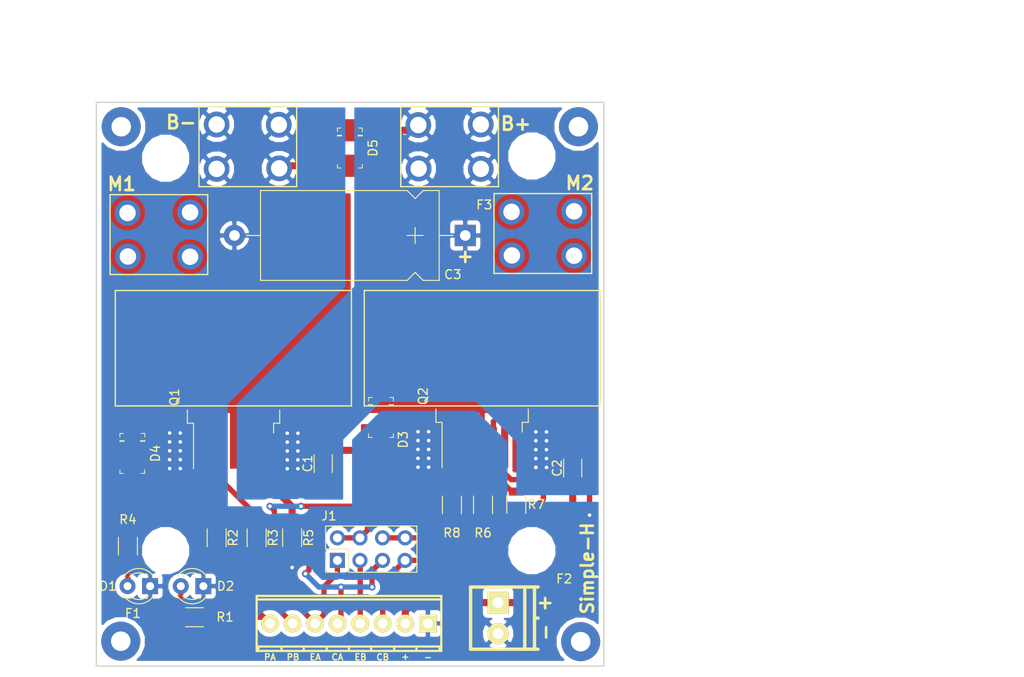
<source format=kicad_pcb>
(kicad_pcb (version 20171130) (host pcbnew 5.0.0-fee4fd1~66~ubuntu16.04.1)

  (general
    (thickness 1.6)
    (drawings 26)
    (tracks 196)
    (zones 0)
    (modules 38)
    (nets 19)
  )

  (page A4)
  (title_block
    (title "Puente-H 25 A")
    (date 2018-10-19)
    (rev 1.0)
    (company "CESE - FIUBA")
    (comment 1 https://github.com/apojomovsky/CESE-2018-TP-PCB)
    (comment 3 "Alexis Pojomovsky - Licencia MIT")
  )

  (layers
    (0 F.Cu signal)
    (31 B.Cu signal)
    (32 B.Adhes user)
    (33 F.Adhes user)
    (34 B.Paste user)
    (35 F.Paste user)
    (36 B.SilkS user)
    (37 F.SilkS user)
    (38 B.Mask user)
    (39 F.Mask user)
    (40 Dwgs.User user)
    (41 Cmts.User user)
    (42 Eco1.User user)
    (43 Eco2.User user)
    (44 Edge.Cuts user)
    (45 Margin user)
    (46 B.CrtYd user)
    (47 F.CrtYd user)
    (48 B.Fab user)
    (49 F.Fab user)
  )

  (setup
    (last_trace_width 0.8)
    (user_trace_width 0.6)
    (trace_clearance 0.2)
    (zone_clearance 0.5)
    (zone_45_only no)
    (trace_min 0.2)
    (segment_width 0.2)
    (edge_width 0.15)
    (via_size 0.8)
    (via_drill 0.4)
    (via_min_size 0.4)
    (via_min_drill 0.3)
    (uvia_size 0.3)
    (uvia_drill 0.1)
    (uvias_allowed no)
    (uvia_min_size 0.2)
    (uvia_min_drill 0.1)
    (pcb_text_width 0.3)
    (pcb_text_size 1.5 1.5)
    (mod_edge_width 0.15)
    (mod_text_size 1 1)
    (mod_text_width 0.15)
    (pad_size 1.524 1.524)
    (pad_drill 0.762)
    (pad_to_mask_clearance 0.2)
    (aux_axis_origin 0 0)
    (visible_elements FFFFFF7F)
    (pcbplotparams
      (layerselection 0x010fc_ffffffff)
      (usegerberextensions false)
      (usegerberattributes false)
      (usegerberadvancedattributes false)
      (creategerberjobfile false)
      (excludeedgelayer true)
      (linewidth 0.100000)
      (plotframeref false)
      (viasonmask false)
      (mode 1)
      (useauxorigin false)
      (hpglpennumber 1)
      (hpglpenspeed 20)
      (hpglpendiameter 15.000000)
      (psnegative false)
      (psa4output false)
      (plotreference true)
      (plotvalue true)
      (plotinvisibletext false)
      (padsonsilk false)
      (subtractmaskfromsilk false)
      (outputformat 1)
      (mirror false)
      (drillshape 1)
      (scaleselection 1)
      (outputdirectory ""))
  )

  (net 0 "")
  (net 1 "Net-(D1-Pad2)")
  (net 2 "Net-(D2-Pad2)")
  (net 3 /M1)
  (net 4 /M2)
  (net 5 "Net-(J1-Pad6)")
  (net 6 "Net-(J1-Pad2)")
  (net 7 "Net-(Q1-Pad2)")
  (net 8 "Net-(Q1-Pad3)")
  (net 9 "Net-(Q2-Pad3)")
  (net 10 "Net-(Q2-Pad2)")
  (net 11 VDD)
  (net 12 GND)
  (net 13 /EN-A)
  (net 14 /EN-B)
  (net 15 /CURR-A)
  (net 16 /CURR-B)
  (net 17 /PWM-A)
  (net 18 /PWM-B)

  (net_class Default "This is the default net class."
    (clearance 0.2)
    (trace_width 0.8)
    (via_dia 0.8)
    (via_drill 0.4)
    (uvia_dia 0.3)
    (uvia_drill 0.1)
    (add_net /CURR-A)
    (add_net /CURR-B)
    (add_net /EN-A)
    (add_net /EN-B)
    (add_net /M1)
    (add_net /M2)
    (add_net /PWM-A)
    (add_net /PWM-B)
    (add_net GND)
    (add_net "Net-(D1-Pad2)")
    (add_net "Net-(D2-Pad2)")
    (add_net "Net-(J1-Pad2)")
    (add_net "Net-(J1-Pad6)")
    (add_net "Net-(Q1-Pad2)")
    (add_net "Net-(Q1-Pad3)")
    (add_net "Net-(Q2-Pad2)")
    (add_net "Net-(Q2-Pad3)")
    (add_net VDD)
  )

  (module Fiducials:Fiducial_1mm_Dia_2mm_Outer (layer F.Cu) (tedit 5BD62A62) (tstamp 5BD6BF75)
    (at 172.89 44.91)
    (descr "Circular Fiducial, 1mm bare copper top; 2mm keepout (Level A)")
    (tags marker)
    (path /5BDD176D)
    (attr virtual)
    (fp_text reference F3 (at 2.25 0.14) (layer F.SilkS)
      (effects (font (size 1 1) (thickness 0.15)))
    )
    (fp_text value Fiducial (at 0 2) (layer F.Fab) hide
      (effects (font (size 1 1) (thickness 0.15)))
    )
    (fp_circle (center 0 0) (end 1.25 0) (layer F.CrtYd) (width 0.05))
    (fp_text user %R (at 0 0) (layer F.Fab)
      (effects (font (size 0.4 0.4) (thickness 0.06)))
    )
    (fp_circle (center 0 0) (end 1 0) (layer F.Fab) (width 0.1))
    (pad ~ smd circle (at 0 0) (size 1 1) (layers F.Cu F.Mask)
      (solder_mask_margin 0.5) (clearance 0.5))
  )

  (module Fiducials:Fiducial_1mm_Dia_2mm_Outer (layer F.Cu) (tedit 5BD62A17) (tstamp 5BD6B294)
    (at 184.14 89.18)
    (descr "Circular Fiducial, 1mm bare copper top; 2mm keepout (Level A)")
    (tags marker)
    (path /5BDCC45D)
    (attr virtual)
    (fp_text reference F2 (at 0 -2) (layer F.SilkS)
      (effects (font (size 1 1) (thickness 0.15)))
    )
    (fp_text value Fiducial (at 0 2) (layer F.Fab) hide
      (effects (font (size 1 1) (thickness 0.15)))
    )
    (fp_circle (center 0 0) (end 1.25 0) (layer F.CrtYd) (width 0.05))
    (fp_text user %R (at 0 0) (layer F.Fab)
      (effects (font (size 0.4 0.4) (thickness 0.06)))
    )
    (fp_circle (center 0 0) (end 1 0) (layer F.Fab) (width 0.1))
    (pad ~ smd circle (at 0 0) (size 1 1) (layers F.Cu F.Mask)
      (solder_mask_margin 0.5) (clearance 0.5))
  )

  (module Fiducials:Fiducial_1mm_Dia_2mm_Outer (layer F.Cu) (tedit 5BD629E5) (tstamp 5BD6A455)
    (at 137.8 91.97)
    (descr "Circular Fiducial, 1mm bare copper top; 2mm keepout (Level A)")
    (tags marker)
    (path /5BDCC121)
    (attr virtual)
    (fp_text reference F1 (at -2.23 -0.9) (layer F.SilkS)
      (effects (font (size 1 1) (thickness 0.15)))
    )
    (fp_text value Fiducial (at 0 2) (layer F.Fab) hide
      (effects (font (size 1 1) (thickness 0.15)))
    )
    (fp_circle (center 0 0) (end 1.25 0) (layer F.CrtYd) (width 0.05))
    (fp_text user %R (at 0 0) (layer F.Fab)
      (effects (font (size 0.4 0.4) (thickness 0.06)))
    )
    (fp_circle (center 0 0) (end 1 0) (layer F.Fab) (width 0.1))
    (pad ~ smd circle (at 0 0) (size 1 1) (layers F.Cu F.Mask)
      (solder_mask_margin 0.5) (clearance 0.5))
  )

  (module Mounting_Holes:MountingHole_2.2mm_M2_Pad (layer F.Cu) (tedit 5BD26C82) (tstamp 5BD38E80)
    (at 134.2 94.2)
    (descr "Mounting Hole 2.2mm, M2")
    (tags "mounting hole 2.2mm m2")
    (path /5BC9C501)
    (attr virtual)
    (fp_text reference MH4 (at 0 -3.2) (layer F.SilkS) hide
      (effects (font (size 1 1) (thickness 0.15)))
    )
    (fp_text value MountingHole (at 0 3.2) (layer F.Fab) hide
      (effects (font (size 1 1) (thickness 0.15)))
    )
    (fp_circle (center 0 0) (end 2.45 0) (layer F.CrtYd) (width 0.05))
    (fp_circle (center 0 0) (end 2.2 0) (layer Cmts.User) (width 0.15))
    (fp_text user %R (at 0.3 0) (layer F.Fab) hide
      (effects (font (size 1 1) (thickness 0.15)))
    )
    (pad 1 thru_hole circle (at 0 0) (size 4.4 4.4) (drill 2.2) (layers *.Cu *.Mask))
  )

  (module w_conn_pt-1,5:pt_1,5-2-3,5-h (layer F.Cu) (tedit 5BD26B73) (tstamp 5BD38E9C)
    (at 177.4 91.6 90)
    (descr "2-way 3.5mm pitch terminal block, Phoenix PT series")
    (path /5BADE6CC)
    (fp_text reference J3 (at 5.1 -0.6 90) (layer F.SilkS) hide
      (effects (font (size 1.5 1.5) (thickness 0.3)))
    )
    (fp_text value FAN (at 0 -5 90) (layer F.SilkS) hide
      (effects (font (size 1.5 1.5) (thickness 0.3)))
    )
    (fp_line (start 0 3.4) (end 0 3.8) (layer F.SilkS) (width 0.381))
    (fp_line (start -3.5 2.3) (end 3.5 2.3) (layer F.SilkS) (width 0.381))
    (fp_line (start -3.5 3.4) (end 3.5 3.4) (layer F.SilkS) (width 0.381))
    (fp_line (start -3.5 -3.8) (end -3.5 3.8) (layer F.SilkS) (width 0.381))
    (fp_line (start 3.5 3.8) (end 3.5 -3.8) (layer F.SilkS) (width 0.381))
    (fp_line (start 3.5 -3.8) (end -3.5 -3.8) (layer F.SilkS) (width 0.381))
    (pad 2 thru_hole circle (at -1.75 -0.7 90) (size 2.4 2.4) (drill 1.2) (layers *.Cu *.Mask F.SilkS)
      (net 12 GND))
    (pad 1 thru_hole rect (at 1.75 -0.7 90) (size 2.4 2.4) (drill 1.2) (layers *.Cu *.Mask F.SilkS)
      (net 11 VDD))
    (model ${KIPRJMOD}/shapes3D/37875.wrl
      (offset (xyz -3.75 -2.9 0))
      (scale (xyz 1 1 1))
      (rotate (xyz -90 0 90))
    )
  )

  (module custom_footprint:DO-214AC_custom (layer F.Cu) (tedit 5BCA6A00) (tstamp 5BD394CB)
    (at 160 38.65 270)
    (path /5BAE3A10)
    (fp_text reference D5 (at 0 -2.6 270) (layer F.SilkS)
      (effects (font (size 1 1) (thickness 0.15)))
    )
    (fp_text value D_Schottky (at 0 2.45 270) (layer F.Fab) hide
      (effects (font (size 1 1) (thickness 0.15)))
    )
    (fp_line (start -1.44018 -1.30048) (end -1.44018 1.30048) (layer F.Fab) (width 0.1))
    (fp_line (start -1.44018 1.30048) (end -1.36398 1.30048) (layer F.Fab) (width 0.1))
    (fp_line (start -1.36398 1.30048) (end -1.36144 -1.30048) (layer F.Fab) (width 0.1))
    (fp_line (start -1.36144 -1.30048) (end -1.44018 -1.30048) (layer F.Fab) (width 0.1))
    (fp_line (start -1.44018 1.40208) (end -1.44018 0.94234) (layer F.SilkS) (width 0.1))
    (fp_line (start -1.44018 0.94234) (end -1.36398 0.94234) (layer F.SilkS) (width 0.1))
    (fp_line (start -1.36398 0.94234) (end -1.36398 1.40208) (layer F.SilkS) (width 0.1))
    (fp_line (start -1.36398 1.40208) (end -1.44018 1.40208) (layer F.SilkS) (width 0.1))
    (fp_line (start -1.44018 -1.39954) (end -1.44018 -0.93472) (layer F.SilkS) (width 0.1))
    (fp_line (start -1.44018 -0.93472) (end -1.36398 -0.93472) (layer F.SilkS) (width 0.1))
    (fp_line (start -1.36398 -0.93472) (end -1.36398 -1.39954) (layer F.SilkS) (width 0.1))
    (fp_line (start -1.36398 -1.39954) (end -1.44018 -1.39954) (layer F.SilkS) (width 0.1))
    (fp_line (start -3.5 1.55) (end 3.5 1.55) (layer F.CrtYd) (width 0.05))
    (fp_line (start -3.5 -1.55) (end 3.5 -1.55) (layer F.CrtYd) (width 0.05))
    (fp_line (start 3.5 -1.55) (end 3.5 1.55) (layer F.CrtYd) (width 0.05))
    (fp_line (start -3.5 -1.55) (end -3.5 1.55) (layer F.CrtYd) (width 0.05))
    (fp_line (start 2.25 1.4) (end 1.85 1.4) (layer F.SilkS) (width 0.1))
    (fp_line (start 2.25 1.4) (end 2.25 1) (layer F.SilkS) (width 0.1))
    (fp_line (start -2.25 1.4) (end -1.85 1.4) (layer F.SilkS) (width 0.1))
    (fp_line (start -2.25 1.4) (end -2.25 1) (layer F.SilkS) (width 0.1))
    (fp_line (start -2.25 -1.4) (end -2.25 -1) (layer F.SilkS) (width 0.1))
    (fp_line (start -2.25 -1.4) (end -1.85 -1.4) (layer F.SilkS) (width 0.1))
    (fp_line (start 2.25 -1.4) (end 1.85 -1.4) (layer F.SilkS) (width 0.1))
    (fp_line (start 2.25 -1.4) (end 2.25 -1) (layer F.SilkS) (width 0.1))
    (fp_text user %R (at 0.40894 0 270) (layer F.Fab)
      (effects (font (size 0.75 0.75) (thickness 0.075)))
    )
    (fp_line (start -2.15 1.3) (end 2.15 1.3) (layer F.Fab) (width 0.1))
    (fp_line (start -2.15 -1.3) (end 2.15 -1.3) (layer F.Fab) (width 0.1))
    (fp_line (start 2.15 -1.3) (end 2.15 1.3) (layer F.Fab) (width 0.1))
    (fp_line (start -2.15 -1.3) (end -2.15 1.3) (layer F.Fab) (width 0.1))
    (pad 2 smd rect (at 2 0 270) (size 2.5 1.7) (layers F.Cu F.Paste F.Mask)
      (net 12 GND))
    (pad 1 smd rect (at -2 0 270) (size 2.5 1.7) (layers F.Cu F.Paste F.Mask)
      (net 11 VDD))
    (model ${KIPRJMOD}/shapes3D/D_SMA.wrl
      (at (xyz 0 0 0))
      (scale (xyz 1.4 1.2 1))
      (rotate (xyz 0 0 0))
    )
  )

  (module custom_footprint:DO-214AC_custom (layer F.Cu) (tedit 5BCA6A10) (tstamp 5BD39078)
    (at 135.5 73.05 270)
    (path /5BA7DEBF)
    (fp_text reference D4 (at 0 -2.6 270) (layer F.SilkS)
      (effects (font (size 1 1) (thickness 0.15)))
    )
    (fp_text value D_Schottky (at 0 2.45 270) (layer F.Fab) hide
      (effects (font (size 1 1) (thickness 0.15)))
    )
    (fp_line (start -2.15 -1.3) (end -2.15 1.3) (layer F.Fab) (width 0.1))
    (fp_line (start 2.15 -1.3) (end 2.15 1.3) (layer F.Fab) (width 0.1))
    (fp_line (start -2.15 -1.3) (end 2.15 -1.3) (layer F.Fab) (width 0.1))
    (fp_line (start -2.15 1.3) (end 2.15 1.3) (layer F.Fab) (width 0.1))
    (fp_text user %R (at 0.40894 0 270) (layer F.Fab)
      (effects (font (size 0.75 0.75) (thickness 0.075)))
    )
    (fp_line (start 2.25 -1.4) (end 2.25 -1) (layer F.SilkS) (width 0.1))
    (fp_line (start 2.25 -1.4) (end 1.85 -1.4) (layer F.SilkS) (width 0.1))
    (fp_line (start -2.25 -1.4) (end -1.85 -1.4) (layer F.SilkS) (width 0.1))
    (fp_line (start -2.25 -1.4) (end -2.25 -1) (layer F.SilkS) (width 0.1))
    (fp_line (start -2.25 1.4) (end -2.25 1) (layer F.SilkS) (width 0.1))
    (fp_line (start -2.25 1.4) (end -1.85 1.4) (layer F.SilkS) (width 0.1))
    (fp_line (start 2.25 1.4) (end 2.25 1) (layer F.SilkS) (width 0.1))
    (fp_line (start 2.25 1.4) (end 1.85 1.4) (layer F.SilkS) (width 0.1))
    (fp_line (start -3.5 -1.55) (end -3.5 1.55) (layer F.CrtYd) (width 0.05))
    (fp_line (start 3.5 -1.55) (end 3.5 1.55) (layer F.CrtYd) (width 0.05))
    (fp_line (start -3.5 -1.55) (end 3.5 -1.55) (layer F.CrtYd) (width 0.05))
    (fp_line (start -3.5 1.55) (end 3.5 1.55) (layer F.CrtYd) (width 0.05))
    (fp_line (start -1.36398 -1.39954) (end -1.44018 -1.39954) (layer F.SilkS) (width 0.1))
    (fp_line (start -1.36398 -0.93472) (end -1.36398 -1.39954) (layer F.SilkS) (width 0.1))
    (fp_line (start -1.44018 -0.93472) (end -1.36398 -0.93472) (layer F.SilkS) (width 0.1))
    (fp_line (start -1.44018 -1.39954) (end -1.44018 -0.93472) (layer F.SilkS) (width 0.1))
    (fp_line (start -1.36398 1.40208) (end -1.44018 1.40208) (layer F.SilkS) (width 0.1))
    (fp_line (start -1.36398 0.94234) (end -1.36398 1.40208) (layer F.SilkS) (width 0.1))
    (fp_line (start -1.44018 0.94234) (end -1.36398 0.94234) (layer F.SilkS) (width 0.1))
    (fp_line (start -1.44018 1.40208) (end -1.44018 0.94234) (layer F.SilkS) (width 0.1))
    (fp_line (start -1.36144 -1.30048) (end -1.44018 -1.30048) (layer F.Fab) (width 0.1))
    (fp_line (start -1.36398 1.30048) (end -1.36144 -1.30048) (layer F.Fab) (width 0.1))
    (fp_line (start -1.44018 1.30048) (end -1.36398 1.30048) (layer F.Fab) (width 0.1))
    (fp_line (start -1.44018 -1.30048) (end -1.44018 1.30048) (layer F.Fab) (width 0.1))
    (pad 1 smd rect (at -2 0 270) (size 2.5 1.7) (layers F.Cu F.Paste F.Mask)
      (net 3 /M1))
    (pad 2 smd rect (at 2 0 270) (size 2.5 1.7) (layers F.Cu F.Paste F.Mask)
      (net 12 GND))
    (model ${KIPRJMOD}/shapes3D/D_SMA.wrl
      (at (xyz 0 0 0))
      (scale (xyz 1.4 1.2 1))
      (rotate (xyz 0 0 0))
    )
  )

  (module custom_footprint:DO-214AC_custom (layer F.Cu) (tedit 5BD26F77) (tstamp 5BD38F46)
    (at 163.5 69 270)
    (path /5BA93AF1)
    (fp_text reference D3 (at 2.5 -2.5 270) (layer F.SilkS)
      (effects (font (size 1 1) (thickness 0.15)))
    )
    (fp_text value D_Schottky (at 0 2.45 270) (layer F.Fab) hide
      (effects (font (size 1 1) (thickness 0.15)))
    )
    (fp_line (start -1.44018 -1.30048) (end -1.44018 1.30048) (layer F.Fab) (width 0.1))
    (fp_line (start -1.44018 1.30048) (end -1.36398 1.30048) (layer F.Fab) (width 0.1))
    (fp_line (start -1.36398 1.30048) (end -1.36144 -1.30048) (layer F.Fab) (width 0.1))
    (fp_line (start -1.36144 -1.30048) (end -1.44018 -1.30048) (layer F.Fab) (width 0.1))
    (fp_line (start -1.44018 1.40208) (end -1.44018 0.94234) (layer F.SilkS) (width 0.1))
    (fp_line (start -1.44018 0.94234) (end -1.36398 0.94234) (layer F.SilkS) (width 0.1))
    (fp_line (start -1.36398 0.94234) (end -1.36398 1.40208) (layer F.SilkS) (width 0.1))
    (fp_line (start -1.36398 1.40208) (end -1.44018 1.40208) (layer F.SilkS) (width 0.1))
    (fp_line (start -1.44018 -1.39954) (end -1.44018 -0.93472) (layer F.SilkS) (width 0.1))
    (fp_line (start -1.44018 -0.93472) (end -1.36398 -0.93472) (layer F.SilkS) (width 0.1))
    (fp_line (start -1.36398 -0.93472) (end -1.36398 -1.39954) (layer F.SilkS) (width 0.1))
    (fp_line (start -1.36398 -1.39954) (end -1.44018 -1.39954) (layer F.SilkS) (width 0.1))
    (fp_line (start -3.5 1.55) (end 3.5 1.55) (layer F.CrtYd) (width 0.05))
    (fp_line (start -3.5 -1.55) (end 3.5 -1.55) (layer F.CrtYd) (width 0.05))
    (fp_line (start 3.5 -1.55) (end 3.5 1.55) (layer F.CrtYd) (width 0.05))
    (fp_line (start -3.5 -1.55) (end -3.5 1.55) (layer F.CrtYd) (width 0.05))
    (fp_line (start 2.25 1.4) (end 1.85 1.4) (layer F.SilkS) (width 0.1))
    (fp_line (start 2.25 1.4) (end 2.25 1) (layer F.SilkS) (width 0.1))
    (fp_line (start -2.25 1.4) (end -1.85 1.4) (layer F.SilkS) (width 0.1))
    (fp_line (start -2.25 1.4) (end -2.25 1) (layer F.SilkS) (width 0.1))
    (fp_line (start -2.25 -1.4) (end -2.25 -1) (layer F.SilkS) (width 0.1))
    (fp_line (start -2.25 -1.4) (end -1.85 -1.4) (layer F.SilkS) (width 0.1))
    (fp_line (start 2.25 -1.4) (end 1.85 -1.4) (layer F.SilkS) (width 0.1))
    (fp_line (start 2.25 -1.4) (end 2.25 -1) (layer F.SilkS) (width 0.1))
    (fp_text user %R (at 0.40894 0 270) (layer F.Fab) hide
      (effects (font (size 0.75 0.75) (thickness 0.075)))
    )
    (fp_line (start -2.15 1.3) (end 2.15 1.3) (layer F.Fab) (width 0.1))
    (fp_line (start -2.15 -1.3) (end 2.15 -1.3) (layer F.Fab) (width 0.1))
    (fp_line (start 2.15 -1.3) (end 2.15 1.3) (layer F.Fab) (width 0.1))
    (fp_line (start -2.15 -1.3) (end -2.15 1.3) (layer F.Fab) (width 0.1))
    (pad 2 smd rect (at 2 0 270) (size 2.5 1.7) (layers F.Cu F.Paste F.Mask)
      (net 12 GND))
    (pad 1 smd rect (at -2 0 270) (size 2.5 1.7) (layers F.Cu F.Paste F.Mask)
      (net 4 /M2))
    (model ${KIPRJMOD}/shapes3D/D_SMA.wrl
      (at (xyz 0 0 0))
      (scale (xyz 1.4 1.2 1))
      (rotate (xyz 0 0 0))
    )
  )

  (module Mounting_Holes:MountingHole_4.3mm_M4 (layer F.Cu) (tedit 5BCA6D06) (tstamp 5BD3933C)
    (at 180.5 84)
    (descr "Mounting Hole 4.3mm, no annular, M4")
    (tags "mounting hole 4.3mm no annular m4")
    (path /5BC9C94C)
    (attr virtual)
    (fp_text reference MH7 (at 0 -5.3) (layer F.SilkS) hide
      (effects (font (size 1 1) (thickness 0.15)))
    )
    (fp_text value MountingHole (at 0 5.3) (layer F.Fab) hide
      (effects (font (size 1 1) (thickness 0.15)))
    )
    (fp_circle (center 0 0) (end 4.55 0) (layer F.CrtYd) (width 0.05))
    (fp_circle (center 0 0) (end 4.3 0) (layer Cmts.User) (width 0.15))
    (fp_text user %R (at 0.3 0) (layer F.Fab)
      (effects (font (size 1 1) (thickness 0.15)))
    )
    (pad 1 np_thru_hole circle (at 0 0) (size 4.3 4.3) (drill 4.3) (layers *.Cu *.Mask))
  )

  (module Mounting_Holes:MountingHole_4.3mm_M4 (layer F.Cu) (tedit 5BD26F11) (tstamp 5BD39267)
    (at 180.5 39.55)
    (descr "Mounting Hole 4.3mm, no annular, M4")
    (tags "mounting hole 4.3mm no annular m4")
    (path /5BC9C9C4)
    (attr virtual)
    (fp_text reference MH6 (at 0 -5.3) (layer F.SilkS) hide
      (effects (font (size 1 1) (thickness 0.15)))
    )
    (fp_text value MountingHole (at 0 5.3) (layer F.Fab) hide
      (effects (font (size 1 1) (thickness 0.15)))
    )
    (fp_text user %R (at 0.3 0) (layer F.Fab) hide
      (effects (font (size 1 1) (thickness 0.15)))
    )
    (fp_circle (center 0 0) (end 4.3 0) (layer Cmts.User) (width 0.15))
    (fp_circle (center 0 0) (end 4.55 0) (layer F.CrtYd) (width 0.05))
    (pad 1 np_thru_hole circle (at 0 0) (size 4.3 4.3) (drill 4.3) (layers *.Cu *.Mask))
  )

  (module Mounting_Holes:MountingHole_4.3mm_M4 (layer F.Cu) (tedit 5BD26B3D) (tstamp 5BD38FF1)
    (at 139.25 39.8)
    (descr "Mounting Hole 4.3mm, no annular, M4")
    (tags "mounting hole 4.3mm no annular m4")
    (path /5BC9C5C3)
    (attr virtual)
    (fp_text reference MH5 (at 0 -5.3) (layer F.SilkS) hide
      (effects (font (size 1 1) (thickness 0.15)))
    )
    (fp_text value MountingHole (at 0 5.3) (layer F.Fab) hide
      (effects (font (size 1 1) (thickness 0.15)))
    )
    (fp_circle (center 0 0) (end 4.55 0) (layer F.CrtYd) (width 0.05))
    (fp_circle (center 0 0) (end 4.3 0) (layer Cmts.User) (width 0.15))
    (fp_text user %R (at 0.3 0) (layer F.Fab)
      (effects (font (size 1 1) (thickness 0.15)))
    )
    (pad 1 np_thru_hole circle (at 0 0) (size 4.3 4.3) (drill 4.3) (layers *.Cu *.Mask))
  )

  (module Mounting_Holes:MountingHole_4.3mm_M4 (layer F.Cu) (tedit 5BCA6A38) (tstamp 5BD391EC)
    (at 139.25 84)
    (descr "Mounting Hole 4.3mm, no annular, M4")
    (tags "mounting hole 4.3mm no annular m4")
    (path /5BC9CA1C)
    (attr virtual)
    (fp_text reference MH8 (at 0 -5.3) (layer F.SilkS) hide
      (effects (font (size 1 1) (thickness 0.15)))
    )
    (fp_text value MountingHole (at 0 5.3) (layer F.Fab) hide
      (effects (font (size 1 1) (thickness 0.15)))
    )
    (fp_text user %R (at 0.3 0) (layer F.Fab)
      (effects (font (size 1 1) (thickness 0.15)))
    )
    (fp_circle (center 0 0) (end 4.3 0) (layer Cmts.User) (width 0.15))
    (fp_circle (center 0 0) (end 4.55 0) (layer F.CrtYd) (width 0.05))
    (pad 1 np_thru_hole circle (at 0 0) (size 4.3 4.3) (drill 4.3) (layers *.Cu *.Mask))
  )

  (module Heatsinks:Heatsink_AAVID_573300D00010G_TO-263 (layer F.Cu) (tedit 5BD276C9) (tstamp 5BD391AB)
    (at 146.88 61.2)
    (descr "Heatsink, 12.70mm x 26.16mm x 10.16, SMD, 18K/W, TO-263, D2 Pak, https://www.aavid.com/products/standard/573300d00010g")
    (tags "Heatsink AAVID TO-263 D2 Pak")
    (path /5BC05653)
    (attr smd)
    (fp_text reference HS1 (at 0 -8) (layer F.SilkS) hide
      (effects (font (size 1 1) (thickness 0.15)))
    )
    (fp_text value Heatsink_Pad (at 0 8) (layer F.Fab) hide
      (effects (font (size 1 1) (thickness 0.15)))
    )
    (fp_text user %R (at 0.75 0.07) (layer F.Fab)
      (effects (font (size 1 1) (thickness 0.15)))
    )
    (fp_line (start -13.5 -7.2) (end -13.5 7.2) (layer F.CrtYd) (width 0.05))
    (fp_line (start -13.5 7.2) (end 13.5 7.2) (layer F.CrtYd) (width 0.05))
    (fp_line (start 13.5 7.2) (end 13.5 -7.2) (layer F.CrtYd) (width 0.05))
    (fp_line (start 13.5 -7.2) (end -13.5 -7.2) (layer F.CrtYd) (width 0.05))
    (fp_text user "Drain Pad" (at -1.32 -1.94) (layer Dwgs.User)
      (effects (font (size 1 1) (thickness 0.15)))
    )
    (fp_text user "Heat Spreader" (at 0.32 -3.39) (layer Dwgs.User) hide
      (effects (font (size 1 1) (thickness 0.15)))
    )
    (fp_text user Recommended (at 0.24 -4.84) (layer Dwgs.User) hide
      (effects (font (size 1 1) (thickness 0.15)))
    )
    (fp_line (start -8.15 7.1) (end 8.15 7.1) (layer Dwgs.User) (width 0.15))
    (fp_line (start 8.15 7.1) (end 8.15 -7.1) (layer Dwgs.User) (width 0.15))
    (fp_line (start -8.15 7.1) (end -8.15 -7.1) (layer Dwgs.User) (width 0.15))
    (fp_line (start -8.15 -7.1) (end 8.15 -7.1) (layer Dwgs.User) (width 0.15))
    (fp_line (start -13.3 6.5) (end 13.3 6.5) (layer F.SilkS) (width 0.15))
    (fp_line (start -13.3 -6.5) (end 13.3 -6.5) (layer F.SilkS) (width 0.15))
    (fp_line (start -13.3 6.5) (end -13.3 -6.5) (layer F.SilkS) (width 0.15))
    (fp_line (start 13.3 -6.5) (end 13.3 6.5) (layer F.SilkS) (width 0.15))
    (fp_line (start 7.5 6.35) (end 7.5 -6.35) (layer F.Fab) (width 0.15))
    (fp_line (start -7.5 6.35) (end -7.5 -6.35) (layer F.Fab) (width 0.15))
    (fp_line (start 6.35 6.35) (end 6.35 -6.35) (layer F.Fab) (width 0.15))
    (fp_line (start -6.35 6.35) (end -6.35 -6.35) (layer F.Fab) (width 0.15))
    (fp_line (start 13.08 -6.35) (end 13.08 6.35) (layer F.Fab) (width 0.15))
    (fp_line (start -13.08 6.35) (end -13.08 -6.35) (layer F.Fab) (width 0.15))
    (fp_line (start -13.08 -6.35) (end 13.08 -6.35) (layer F.Fab) (width 0.15))
    (fp_line (start -13.08 6.35) (end 13.08 6.35) (layer F.Fab) (width 0.15))
    (pad 1 smd rect (at 6.92 0) (size 1.85 13.7) (layers F.Cu F.Paste F.Mask)
      (net 3 /M1))
    (pad 1 smd rect (at -6.92 0) (size 1.85 13.7) (layers F.Cu F.Paste F.Mask)
      (net 3 /M1))
    (model "${KIPRJMOD}/shapes3D/GULLWING HEATSINK.wrl"
      (offset (xyz 0 6.5 7))
      (scale (xyz 1 1 1))
      (rotate (xyz -90 0 0))
    )
  )

  (module Heatsinks:Heatsink_AAVID_573300D00010G_TO-263 (layer F.Cu) (tedit 5BD276CF) (tstamp 5BD3901C)
    (at 174.92 61.2)
    (descr "Heatsink, 12.70mm x 26.16mm x 10.16, SMD, 18K/W, TO-263, D2 Pak, https://www.aavid.com/products/standard/573300d00010g")
    (tags "Heatsink AAVID TO-263 D2 Pak")
    (path /5BBFE535)
    (attr smd)
    (fp_text reference HS2 (at 0 -8) (layer F.SilkS) hide
      (effects (font (size 1 1) (thickness 0.15)))
    )
    (fp_text value Heatsink_Pad (at 0 8) (layer F.Fab) hide
      (effects (font (size 1 1) (thickness 0.15)))
    )
    (fp_text user %R (at 0.75 0.07) (layer F.Fab)
      (effects (font (size 1 1) (thickness 0.15)))
    )
    (fp_line (start -13.5 -7.2) (end -13.5 7.2) (layer F.CrtYd) (width 0.05))
    (fp_line (start -13.5 7.2) (end 13.5 7.2) (layer F.CrtYd) (width 0.05))
    (fp_line (start 13.5 7.2) (end 13.5 -7.2) (layer F.CrtYd) (width 0.05))
    (fp_line (start 13.5 -7.2) (end -13.5 -7.2) (layer F.CrtYd) (width 0.05))
    (fp_text user "Drain Pad" (at -1.32 -1.94) (layer Dwgs.User)
      (effects (font (size 1 1) (thickness 0.15)))
    )
    (fp_text user "Heat Spreader" (at 0.32 -3.39) (layer Dwgs.User) hide
      (effects (font (size 1 1) (thickness 0.15)))
    )
    (fp_text user Recommended (at 0.24 -4.84) (layer Dwgs.User) hide
      (effects (font (size 1 1) (thickness 0.15)))
    )
    (fp_line (start -8.15 7.1) (end 8.15 7.1) (layer Dwgs.User) (width 0.15))
    (fp_line (start 8.15 7.1) (end 8.15 -7.1) (layer Dwgs.User) (width 0.15))
    (fp_line (start -8.15 7.1) (end -8.15 -7.1) (layer Dwgs.User) (width 0.15))
    (fp_line (start -8.15 -7.1) (end 8.15 -7.1) (layer Dwgs.User) (width 0.15))
    (fp_line (start -13.3 6.5) (end 13.3 6.5) (layer F.SilkS) (width 0.15))
    (fp_line (start -13.3 -6.5) (end 13.3 -6.5) (layer F.SilkS) (width 0.15))
    (fp_line (start -13.3 6.5) (end -13.3 -6.5) (layer F.SilkS) (width 0.15))
    (fp_line (start 13.3 -6.5) (end 13.3 6.5) (layer F.SilkS) (width 0.15))
    (fp_line (start 7.5 6.35) (end 7.5 -6.35) (layer F.Fab) (width 0.15))
    (fp_line (start -7.5 6.35) (end -7.5 -6.35) (layer F.Fab) (width 0.15))
    (fp_line (start 6.35 6.35) (end 6.35 -6.35) (layer F.Fab) (width 0.15))
    (fp_line (start -6.35 6.35) (end -6.35 -6.35) (layer F.Fab) (width 0.15))
    (fp_line (start 13.08 -6.35) (end 13.08 6.35) (layer F.Fab) (width 0.15))
    (fp_line (start -13.08 6.35) (end -13.08 -6.35) (layer F.Fab) (width 0.15))
    (fp_line (start -13.08 -6.35) (end 13.08 -6.35) (layer F.Fab) (width 0.15))
    (fp_line (start -13.08 6.35) (end 13.08 6.35) (layer F.Fab) (width 0.15))
    (pad 1 smd rect (at 6.92 0) (size 1.85 13.7) (layers F.Cu F.Paste F.Mask)
      (net 4 /M2))
    (pad 1 smd rect (at -6.92 0) (size 1.85 13.7) (layers F.Cu F.Paste F.Mask)
      (net 4 /M2))
    (model "${KIPRJMOD}/shapes3D/GULLWING HEATSINK.wrl"
      (offset (xyz 0 6.5 7))
      (scale (xyz 1 1 1))
      (rotate (xyz -90 0 0))
    )
  )

  (module Capacitors_SMD:C_1206 (layer F.Cu) (tedit 58AA84B8) (tstamp 5BD3916E)
    (at 157 74.2 90)
    (descr "Capacitor SMD 1206, reflow soldering, AVX (see smccp.pdf)")
    (tags "capacitor 1206")
    (path /5BA7E192)
    (attr smd)
    (fp_text reference C1 (at 0 -1.75 90) (layer F.SilkS)
      (effects (font (size 1 1) (thickness 0.15)))
    )
    (fp_text value "1uF 25V" (at 0 2 90) (layer F.Fab)
      (effects (font (size 1 1) (thickness 0.15)))
    )
    (fp_text user %R (at 0 -1.75 90) (layer F.Fab)
      (effects (font (size 1 1) (thickness 0.15)))
    )
    (fp_line (start -1.6 0.8) (end -1.6 -0.8) (layer F.Fab) (width 0.1))
    (fp_line (start 1.6 0.8) (end -1.6 0.8) (layer F.Fab) (width 0.1))
    (fp_line (start 1.6 -0.8) (end 1.6 0.8) (layer F.Fab) (width 0.1))
    (fp_line (start -1.6 -0.8) (end 1.6 -0.8) (layer F.Fab) (width 0.1))
    (fp_line (start 1 -1.02) (end -1 -1.02) (layer F.SilkS) (width 0.12))
    (fp_line (start -1 1.02) (end 1 1.02) (layer F.SilkS) (width 0.12))
    (fp_line (start -2.25 -1.05) (end 2.25 -1.05) (layer F.CrtYd) (width 0.05))
    (fp_line (start -2.25 -1.05) (end -2.25 1.05) (layer F.CrtYd) (width 0.05))
    (fp_line (start 2.25 1.05) (end 2.25 -1.05) (layer F.CrtYd) (width 0.05))
    (fp_line (start 2.25 1.05) (end -2.25 1.05) (layer F.CrtYd) (width 0.05))
    (pad 1 smd rect (at -1.5 0 90) (size 1 1.6) (layers F.Cu F.Paste F.Mask)
      (net 11 VDD))
    (pad 2 smd rect (at 1.5 0 90) (size 1 1.6) (layers F.Cu F.Paste F.Mask)
      (net 12 GND))
    (model ${KIPRJMOD}/shapes3D/C_1206_3216Metric.wrl
      (at (xyz 0 0 0))
      (scale (xyz 1 1 1))
      (rotate (xyz 0 0 0))
    )
  )

  (module Capacitors_SMD:C_1206 (layer F.Cu) (tedit 58AA84B8) (tstamp 5BD3920A)
    (at 185.1 74.7 90)
    (descr "Capacitor SMD 1206, reflow soldering, AVX (see smccp.pdf)")
    (tags "capacitor 1206")
    (path /5BA93B87)
    (attr smd)
    (fp_text reference C2 (at 0 -1.75 90) (layer F.SilkS)
      (effects (font (size 1 1) (thickness 0.15)))
    )
    (fp_text value "1uF 25V" (at 0 2 90) (layer F.Fab)
      (effects (font (size 1 1) (thickness 0.15)))
    )
    (fp_line (start 2.25 1.05) (end -2.25 1.05) (layer F.CrtYd) (width 0.05))
    (fp_line (start 2.25 1.05) (end 2.25 -1.05) (layer F.CrtYd) (width 0.05))
    (fp_line (start -2.25 -1.05) (end -2.25 1.05) (layer F.CrtYd) (width 0.05))
    (fp_line (start -2.25 -1.05) (end 2.25 -1.05) (layer F.CrtYd) (width 0.05))
    (fp_line (start -1 1.02) (end 1 1.02) (layer F.SilkS) (width 0.12))
    (fp_line (start 1 -1.02) (end -1 -1.02) (layer F.SilkS) (width 0.12))
    (fp_line (start -1.6 -0.8) (end 1.6 -0.8) (layer F.Fab) (width 0.1))
    (fp_line (start 1.6 -0.8) (end 1.6 0.8) (layer F.Fab) (width 0.1))
    (fp_line (start 1.6 0.8) (end -1.6 0.8) (layer F.Fab) (width 0.1))
    (fp_line (start -1.6 0.8) (end -1.6 -0.8) (layer F.Fab) (width 0.1))
    (fp_text user %R (at 0 -1.75 90) (layer F.Fab)
      (effects (font (size 1 1) (thickness 0.15)))
    )
    (pad 2 smd rect (at 1.5 0 90) (size 1 1.6) (layers F.Cu F.Paste F.Mask)
      (net 12 GND))
    (pad 1 smd rect (at -1.5 0 90) (size 1 1.6) (layers F.Cu F.Paste F.Mask)
      (net 11 VDD))
    (model ${KIPRJMOD}/shapes3D/C_1206_3216Metric.wrl
      (at (xyz 0 0 0))
      (scale (xyz 1 1 1))
      (rotate (xyz 0 0 0))
    )
  )

  (module Capacitors_THT:CP_Axial_L20.0mm_D10.0mm_P26.00mm_Horizontal (layer F.Cu) (tedit 5BD26CA6) (tstamp 5BD390E2)
    (at 173 48.5 180)
    (descr "CP, Axial series, Axial, Horizontal, pin pitch=26mm, , length*diameter=20*10mm^2, Electrolytic Capacitor, , http://www.kemet.com/Lists/ProductCatalog/Attachments/424/KEM_AC102.pdf")
    (tags "CP Axial series Axial Horizontal pin pitch 26mm  length 20mm diameter 10mm Electrolytic Capacitor")
    (path /5BAE5E61)
    (fp_text reference C3 (at 1.4 -4.4 180) (layer F.SilkS)
      (effects (font (size 1 1) (thickness 0.15)))
    )
    (fp_text value "470uF 35V" (at 13 6.06 180) (layer F.Fab) hide
      (effects (font (size 1 1) (thickness 0.15)))
    )
    (fp_text user %R (at 13 0 180) (layer F.Fab) hide
      (effects (font (size 1 1) (thickness 0.15)))
    )
    (fp_line (start 27.45 -5.35) (end -1.45 -5.35) (layer F.CrtYd) (width 0.05))
    (fp_line (start 27.45 5.35) (end 27.45 -5.35) (layer F.CrtYd) (width 0.05))
    (fp_line (start -1.45 5.35) (end 27.45 5.35) (layer F.CrtYd) (width 0.05))
    (fp_line (start -1.45 -5.35) (end -1.45 5.35) (layer F.CrtYd) (width 0.05))
    (fp_line (start 24.62 0) (end 23.06 0) (layer F.SilkS) (width 0.12))
    (fp_line (start 1.38 0) (end 2.94 0) (layer F.SilkS) (width 0.12))
    (fp_line (start 6.54 5.06) (end 23.06 5.06) (layer F.SilkS) (width 0.12))
    (fp_line (start 5.64 4.16) (end 6.54 5.06) (layer F.SilkS) (width 0.12))
    (fp_line (start 4.74 5.06) (end 5.64 4.16) (layer F.SilkS) (width 0.12))
    (fp_line (start 2.94 5.06) (end 4.74 5.06) (layer F.SilkS) (width 0.12))
    (fp_line (start 6.54 -5.06) (end 23.06 -5.06) (layer F.SilkS) (width 0.12))
    (fp_line (start 5.64 -4.16) (end 6.54 -5.06) (layer F.SilkS) (width 0.12))
    (fp_line (start 4.74 -5.06) (end 5.64 -4.16) (layer F.SilkS) (width 0.12))
    (fp_line (start 2.94 -5.06) (end 4.74 -5.06) (layer F.SilkS) (width 0.12))
    (fp_line (start 23.06 -5.06) (end 23.06 5.06) (layer F.SilkS) (width 0.12))
    (fp_line (start 2.94 -5.06) (end 2.94 5.06) (layer F.SilkS) (width 0.12))
    (fp_line (start 5.65 -0.9) (end 5.65 0.9) (layer F.SilkS) (width 0.12))
    (fp_line (start 4.75 0) (end 6.55 0) (layer F.SilkS) (width 0.12))
    (fp_line (start 5.65 -0.9) (end 5.65 0.9) (layer F.Fab) (width 0.1))
    (fp_line (start 4.75 0) (end 6.55 0) (layer F.Fab) (width 0.1))
    (fp_line (start 26 0) (end 23 0) (layer F.Fab) (width 0.1))
    (fp_line (start 0 0) (end 3 0) (layer F.Fab) (width 0.1))
    (fp_line (start 6.54 5) (end 23 5) (layer F.Fab) (width 0.1))
    (fp_line (start 5.64 4.1) (end 6.54 5) (layer F.Fab) (width 0.1))
    (fp_line (start 4.74 5) (end 5.64 4.1) (layer F.Fab) (width 0.1))
    (fp_line (start 3 5) (end 4.74 5) (layer F.Fab) (width 0.1))
    (fp_line (start 6.54 -5) (end 23 -5) (layer F.Fab) (width 0.1))
    (fp_line (start 5.64 -4.1) (end 6.54 -5) (layer F.Fab) (width 0.1))
    (fp_line (start 4.74 -5) (end 5.64 -4.1) (layer F.Fab) (width 0.1))
    (fp_line (start 3 -5) (end 4.74 -5) (layer F.Fab) (width 0.1))
    (fp_line (start 23 -5) (end 23 5) (layer F.Fab) (width 0.1))
    (fp_line (start 3 -5) (end 3 5) (layer F.Fab) (width 0.1))
    (pad 2 thru_hole oval (at 26 0 180) (size 2.4 2.4) (drill 1.2) (layers *.Cu *.Mask)
      (net 12 GND))
    (pad 1 thru_hole rect (at 0 0 180) (size 2.4 2.4) (drill 1.2) (layers *.Cu *.Mask)
      (net 11 VDD))
    (model ${KIPRJMOD}/shapes3D/CP_Axial_L20.0mm_D10.0mm_P26.00mm_Horizontal.wrl
      (at (xyz 0 0 0))
      (scale (xyz 1 1 1))
      (rotate (xyz 0 0 0))
    )
  )

  (module LEDs:LED_D3.0mm (layer F.Cu) (tedit 5BCA6A75) (tstamp 5BD3923C)
    (at 137.5 88 180)
    (descr "LED, diameter 3.0mm, 2 pins")
    (tags "LED diameter 3.0mm 2 pins")
    (path /5BA9451A)
    (fp_text reference D1 (at 4.75 0 180) (layer F.SilkS)
      (effects (font (size 1 1) (thickness 0.15)))
    )
    (fp_text value LED (at 1.27 2.96 180) (layer F.Fab) hide
      (effects (font (size 1 1) (thickness 0.15)))
    )
    (fp_line (start 3.7 -2.25) (end -1.15 -2.25) (layer F.CrtYd) (width 0.05))
    (fp_line (start 3.7 2.25) (end 3.7 -2.25) (layer F.CrtYd) (width 0.05))
    (fp_line (start -1.15 2.25) (end 3.7 2.25) (layer F.CrtYd) (width 0.05))
    (fp_line (start -1.15 -2.25) (end -1.15 2.25) (layer F.CrtYd) (width 0.05))
    (fp_line (start -0.29 1.08) (end -0.29 1.236) (layer F.SilkS) (width 0.12))
    (fp_line (start -0.29 -1.236) (end -0.29 -1.08) (layer F.SilkS) (width 0.12))
    (fp_line (start -0.23 -1.16619) (end -0.23 1.16619) (layer F.Fab) (width 0.1))
    (fp_circle (center 1.27 0) (end 2.77 0) (layer F.Fab) (width 0.1))
    (fp_arc (start 1.27 0) (end 0.229039 1.08) (angle -87.9) (layer F.SilkS) (width 0.12))
    (fp_arc (start 1.27 0) (end 0.229039 -1.08) (angle 87.9) (layer F.SilkS) (width 0.12))
    (fp_arc (start 1.27 0) (end -0.29 1.235516) (angle -108.8) (layer F.SilkS) (width 0.12))
    (fp_arc (start 1.27 0) (end -0.29 -1.235516) (angle 108.8) (layer F.SilkS) (width 0.12))
    (fp_arc (start 1.27 0) (end -0.23 -1.16619) (angle 284.3) (layer F.Fab) (width 0.1))
    (pad 2 thru_hole circle (at 2.54 0 180) (size 1.8 1.8) (drill 0.9) (layers *.Cu *.Mask)
      (net 1 "Net-(D1-Pad2)"))
    (pad 1 thru_hole rect (at 0 0 180) (size 1.8 1.8) (drill 0.9) (layers *.Cu *.Mask)
      (net 12 GND))
    (model ${KIPRJMOD}/shapes3D/LED_D3.0mm.wrl
      (at (xyz 0 0 0))
      (scale (xyz 1 1 1))
      (rotate (xyz 0 0 0))
    )
  )

  (module LEDs:LED_D3.0mm (layer F.Cu) (tedit 5BCA6A71) (tstamp 5BD39443)
    (at 143.5 88 180)
    (descr "LED, diameter 3.0mm, 2 pins")
    (tags "LED diameter 3.0mm 2 pins")
    (path /5BA7E258)
    (fp_text reference D2 (at -2.5 0 180) (layer F.SilkS)
      (effects (font (size 1 1) (thickness 0.15)))
    )
    (fp_text value LED (at 1.27 2.96 180) (layer F.Fab) hide
      (effects (font (size 1 1) (thickness 0.15)))
    )
    (fp_arc (start 1.27 0) (end -0.23 -1.16619) (angle 284.3) (layer F.Fab) (width 0.1))
    (fp_arc (start 1.27 0) (end -0.29 -1.235516) (angle 108.8) (layer F.SilkS) (width 0.12))
    (fp_arc (start 1.27 0) (end -0.29 1.235516) (angle -108.8) (layer F.SilkS) (width 0.12))
    (fp_arc (start 1.27 0) (end 0.229039 -1.08) (angle 87.9) (layer F.SilkS) (width 0.12))
    (fp_arc (start 1.27 0) (end 0.229039 1.08) (angle -87.9) (layer F.SilkS) (width 0.12))
    (fp_circle (center 1.27 0) (end 2.77 0) (layer F.Fab) (width 0.1))
    (fp_line (start -0.23 -1.16619) (end -0.23 1.16619) (layer F.Fab) (width 0.1))
    (fp_line (start -0.29 -1.236) (end -0.29 -1.08) (layer F.SilkS) (width 0.12))
    (fp_line (start -0.29 1.08) (end -0.29 1.236) (layer F.SilkS) (width 0.12))
    (fp_line (start -1.15 -2.25) (end -1.15 2.25) (layer F.CrtYd) (width 0.05))
    (fp_line (start -1.15 2.25) (end 3.7 2.25) (layer F.CrtYd) (width 0.05))
    (fp_line (start 3.7 2.25) (end 3.7 -2.25) (layer F.CrtYd) (width 0.05))
    (fp_line (start 3.7 -2.25) (end -1.15 -2.25) (layer F.CrtYd) (width 0.05))
    (pad 1 thru_hole rect (at 0 0 180) (size 1.8 1.8) (drill 0.9) (layers *.Cu *.Mask)
      (net 12 GND))
    (pad 2 thru_hole circle (at 2.54 0 180) (size 1.8 1.8) (drill 0.9) (layers *.Cu *.Mask)
      (net 2 "Net-(D2-Pad2)"))
    (model ${KIPRJMOD}/shapes3D/LED_D3.0mm.wrl
      (at (xyz 0 0 0))
      (scale (xyz 1 1 1))
      (rotate (xyz 0 0 0))
    )
  )

  (module Pin_Headers:Pin_Header_Straight_2x04_Pitch2.54mm (layer F.Cu) (tedit 5BD26B83) (tstamp 5BD393D6)
    (at 158.6 85.1 90)
    (descr "Through hole straight pin header, 2x04, 2.54mm pitch, double rows")
    (tags "Through hole pin header THT 2x04 2.54mm double row")
    (path /5BA838AA)
    (fp_text reference J1 (at 5.01 -0.95 180) (layer F.SilkS)
      (effects (font (size 1 1) (thickness 0.15)))
    )
    (fp_text value Conn_02x04_Odd_Even (at 1.27 9.95 90) (layer F.Fab) hide
      (effects (font (size 1 1) (thickness 0.15)))
    )
    (fp_text user %R (at 5.3 -0.9 180) (layer F.Fab) hide
      (effects (font (size 1 1) (thickness 0.15)))
    )
    (fp_line (start 4.35 -1.8) (end -1.8 -1.8) (layer F.CrtYd) (width 0.05))
    (fp_line (start 4.35 9.4) (end 4.35 -1.8) (layer F.CrtYd) (width 0.05))
    (fp_line (start -1.8 9.4) (end 4.35 9.4) (layer F.CrtYd) (width 0.05))
    (fp_line (start -1.8 -1.8) (end -1.8 9.4) (layer F.CrtYd) (width 0.05))
    (fp_line (start -1.33 -1.33) (end 0 -1.33) (layer F.SilkS) (width 0.12))
    (fp_line (start -1.33 0) (end -1.33 -1.33) (layer F.SilkS) (width 0.12))
    (fp_line (start 1.27 -1.33) (end 3.87 -1.33) (layer F.SilkS) (width 0.12))
    (fp_line (start 1.27 1.27) (end 1.27 -1.33) (layer F.SilkS) (width 0.12))
    (fp_line (start -1.33 1.27) (end 1.27 1.27) (layer F.SilkS) (width 0.12))
    (fp_line (start 3.87 -1.33) (end 3.87 8.95) (layer F.SilkS) (width 0.12))
    (fp_line (start -1.33 1.27) (end -1.33 8.95) (layer F.SilkS) (width 0.12))
    (fp_line (start -1.33 8.95) (end 3.87 8.95) (layer F.SilkS) (width 0.12))
    (fp_line (start -1.27 0) (end 0 -1.27) (layer F.Fab) (width 0.1))
    (fp_line (start -1.27 8.89) (end -1.27 0) (layer F.Fab) (width 0.1))
    (fp_line (start 3.81 8.89) (end -1.27 8.89) (layer F.Fab) (width 0.1))
    (fp_line (start 3.81 -1.27) (end 3.81 8.89) (layer F.Fab) (width 0.1))
    (fp_line (start 0 -1.27) (end 3.81 -1.27) (layer F.Fab) (width 0.1))
    (pad 8 thru_hole oval (at 2.54 7.62 90) (size 1.7 1.7) (drill 1) (layers *.Cu *.Mask)
      (net 5 "Net-(J1-Pad6)"))
    (pad 7 thru_hole oval (at 0 7.62 90) (size 1.7 1.7) (drill 1) (layers *.Cu *.Mask)
      (net 16 /CURR-B))
    (pad 6 thru_hole oval (at 2.54 5.08 90) (size 1.7 1.7) (drill 1) (layers *.Cu *.Mask)
      (net 5 "Net-(J1-Pad6)"))
    (pad 5 thru_hole oval (at 0 5.08 90) (size 1.7 1.7) (drill 1) (layers *.Cu *.Mask)
      (net 15 /CURR-A))
    (pad 4 thru_hole oval (at 2.54 2.54 90) (size 1.7 1.7) (drill 1) (layers *.Cu *.Mask)
      (net 6 "Net-(J1-Pad2)"))
    (pad 3 thru_hole oval (at 0 2.54 90) (size 1.7 1.7) (drill 1) (layers *.Cu *.Mask)
      (net 14 /EN-B))
    (pad 2 thru_hole oval (at 2.54 0 90) (size 1.7 1.7) (drill 1) (layers *.Cu *.Mask)
      (net 6 "Net-(J1-Pad2)"))
    (pad 1 thru_hole rect (at 0 0 90) (size 1.7 1.7) (drill 1) (layers *.Cu *.Mask)
      (net 13 /EN-A))
    (model ${KIPRJMOD}/shapes3D/PinHeader_2x04_P2.54mm_Vertical.wrl
      (at (xyz 0 0 0))
      (scale (xyz 1 1 1))
      (rotate (xyz 0 0 0))
    )
  )

  (module w_conn_mpt:mpt_0,5%2f8-2,54 (layer F.Cu) (tedit 5BD26B70) (tstamp 5BD3957A)
    (at 159.9 92.2)
    (descr "8-way 2.54mm pitch terminal block, Phoenix MPT series")
    (path /5B9F3BA4)
    (fp_text reference J2 (at -12 -0.9) (layer F.SilkS) hide
      (effects (font (size 1.524 1.524) (thickness 0.3048)))
    )
    (fp_text value CN1 (at -8.4 -4.3) (layer F.SilkS) hide
      (effects (font (size 1.524 1.524) (thickness 0.3048)))
    )
    (fp_line (start -10.39622 -3.0988) (end -10.39622 3.0988) (layer F.SilkS) (width 0.254))
    (fp_line (start 10.39622 3.0988) (end 10.39622 -3.0988) (layer F.SilkS) (width 0.254))
    (fp_line (start -7.5946 3.0988) (end -7.5946 2.60096) (layer F.SilkS) (width 0.254))
    (fp_line (start 10.1981 2.60096) (end 10.1981 3.0988) (layer F.SilkS) (width 0.254))
    (fp_line (start -10.1981 3.0988) (end -10.1981 2.60096) (layer F.SilkS) (width 0.254))
    (fp_line (start -5.09778 2.60096) (end -5.09778 3.0988) (layer F.SilkS) (width 0.254))
    (fp_line (start -2.49936 2.60096) (end -2.49936 3.0988) (layer F.SilkS) (width 0.254))
    (fp_line (start 2.5019 2.60096) (end 2.5019 3.0988) (layer F.SilkS) (width 0.254))
    (fp_line (start 5.10032 2.60096) (end 5.10032 3.0988) (layer F.SilkS) (width 0.254))
    (fp_line (start 7.59968 2.60096) (end 7.59968 3.0988) (layer F.SilkS) (width 0.254))
    (fp_line (start 0 2.60096) (end 0 3.0988) (layer F.SilkS) (width 0.254))
    (fp_line (start -10.39876 2.60096) (end 10.39876 2.60096) (layer F.SilkS) (width 0.254))
    (fp_line (start 10.39876 3.0988) (end -10.39876 3.0988) (layer F.SilkS) (width 0.254))
    (fp_line (start -10.39876 -2.70002) (end 10.39876 -2.70002) (layer F.SilkS) (width 0.254))
    (fp_line (start 10.39876 -3.0988) (end -10.39876 -3.0988) (layer F.SilkS) (width 0.254))
    (pad 8 thru_hole oval (at -8.89 0) (size 1.99898 1.99898) (drill 1.09728) (layers *.Cu *.Mask F.SilkS)
      (net 17 /PWM-A))
    (pad 7 thru_hole oval (at -6.35 0) (size 1.99898 1.99898) (drill 1.09728) (layers *.Cu *.Mask F.SilkS)
      (net 18 /PWM-B))
    (pad 6 thru_hole oval (at -3.81 0) (size 1.99898 1.99898) (drill 1.09728) (layers *.Cu *.Mask F.SilkS)
      (net 13 /EN-A))
    (pad 5 thru_hole oval (at -1.27 0) (size 1.99898 1.99898) (drill 1.09728) (layers *.Cu *.Mask F.SilkS)
      (net 15 /CURR-A))
    (pad 3 thru_hole oval (at 3.81 0) (size 1.99898 1.99898) (drill 1.09728) (layers *.Cu *.Mask F.SilkS)
      (net 16 /CURR-B))
    (pad 2 thru_hole oval (at 6.35 0) (size 1.99898 1.99898) (drill 1.09728) (layers *.Cu *.Mask F.SilkS)
      (net 11 VDD))
    (pad 1 thru_hole rect (at 8.89 0) (size 1.99898 1.99898) (drill 1.09728) (layers *.Cu *.Mask F.SilkS)
      (net 12 GND))
    (pad 4 thru_hole oval (at 1.27 0) (size 1.99898 1.99898) (drill 1.09728) (layers *.Cu *.Mask F.SilkS)
      (net 14 /EN-B))
    (model ${KIPRJMOD}/shapes3D/mpt_0,5-8-2,54.wrl
      (at (xyz 0 0 0))
      (scale (xyz 1 1 1))
      (rotate (xyz 0 0 0))
    )
  )

  (module Resistors_SMD:R_1206 (layer F.Cu) (tedit 58E0A804) (tstamp 5BD3913E)
    (at 142.5 91.5 180)
    (descr "Resistor SMD 1206, reflow soldering, Vishay (see dcrcw.pdf)")
    (tags "resistor 1206")
    (path /5BA7E5EC)
    (attr smd)
    (fp_text reference R1 (at -3.44 0.02 180) (layer F.SilkS)
      (effects (font (size 1 1) (thickness 0.15)))
    )
    (fp_text value 220 (at 0 1.95 180) (layer F.Fab)
      (effects (font (size 1 1) (thickness 0.15)))
    )
    (fp_text user %R (at 0 0 180) (layer F.Fab)
      (effects (font (size 0.7 0.7) (thickness 0.105)))
    )
    (fp_line (start -1.6 0.8) (end -1.6 -0.8) (layer F.Fab) (width 0.1))
    (fp_line (start 1.6 0.8) (end -1.6 0.8) (layer F.Fab) (width 0.1))
    (fp_line (start 1.6 -0.8) (end 1.6 0.8) (layer F.Fab) (width 0.1))
    (fp_line (start -1.6 -0.8) (end 1.6 -0.8) (layer F.Fab) (width 0.1))
    (fp_line (start 1 1.07) (end -1 1.07) (layer F.SilkS) (width 0.12))
    (fp_line (start -1 -1.07) (end 1 -1.07) (layer F.SilkS) (width 0.12))
    (fp_line (start -2.15 -1.11) (end 2.15 -1.11) (layer F.CrtYd) (width 0.05))
    (fp_line (start -2.15 -1.11) (end -2.15 1.1) (layer F.CrtYd) (width 0.05))
    (fp_line (start 2.15 1.1) (end 2.15 -1.11) (layer F.CrtYd) (width 0.05))
    (fp_line (start 2.15 1.1) (end -2.15 1.1) (layer F.CrtYd) (width 0.05))
    (pad 1 smd rect (at -1.45 0 180) (size 0.9 1.7) (layers F.Cu F.Paste F.Mask)
      (net 17 /PWM-A))
    (pad 2 smd rect (at 1.45 0 180) (size 0.9 1.7) (layers F.Cu F.Paste F.Mask)
      (net 2 "Net-(D2-Pad2)"))
    (model ${KIPRJMOD}/shapes3D/R_1206_3216Metric.wrl
      (at (xyz 0 0 0))
      (scale (xyz 1 1 1))
      (rotate (xyz 0 0 0))
    )
  )

  (module Resistors_SMD:R_1206 (layer F.Cu) (tedit 58E0A804) (tstamp 5BD39399)
    (at 145 82.55 270)
    (descr "Resistor SMD 1206, reflow soldering, Vishay (see dcrcw.pdf)")
    (tags "resistor 1206")
    (path /5B9F1679)
    (attr smd)
    (fp_text reference R2 (at 0 -1.85 270) (layer F.SilkS)
      (effects (font (size 1 1) (thickness 0.15)))
    )
    (fp_text value 10K (at 0 1.95 270) (layer F.Fab)
      (effects (font (size 1 1) (thickness 0.15)))
    )
    (fp_line (start 2.15 1.1) (end -2.15 1.1) (layer F.CrtYd) (width 0.05))
    (fp_line (start 2.15 1.1) (end 2.15 -1.11) (layer F.CrtYd) (width 0.05))
    (fp_line (start -2.15 -1.11) (end -2.15 1.1) (layer F.CrtYd) (width 0.05))
    (fp_line (start -2.15 -1.11) (end 2.15 -1.11) (layer F.CrtYd) (width 0.05))
    (fp_line (start -1 -1.07) (end 1 -1.07) (layer F.SilkS) (width 0.12))
    (fp_line (start 1 1.07) (end -1 1.07) (layer F.SilkS) (width 0.12))
    (fp_line (start -1.6 -0.8) (end 1.6 -0.8) (layer F.Fab) (width 0.1))
    (fp_line (start 1.6 -0.8) (end 1.6 0.8) (layer F.Fab) (width 0.1))
    (fp_line (start 1.6 0.8) (end -1.6 0.8) (layer F.Fab) (width 0.1))
    (fp_line (start -1.6 0.8) (end -1.6 -0.8) (layer F.Fab) (width 0.1))
    (fp_text user %R (at 0 0 270) (layer F.Fab)
      (effects (font (size 0.7 0.7) (thickness 0.105)))
    )
    (pad 2 smd rect (at 1.45 0 270) (size 0.9 1.7) (layers F.Cu F.Paste F.Mask)
      (net 17 /PWM-A))
    (pad 1 smd rect (at -1.45 0 270) (size 0.9 1.7) (layers F.Cu F.Paste F.Mask)
      (net 7 "Net-(Q1-Pad2)"))
    (model ${KIPRJMOD}/shapes3D/R_1206_3216Metric.wrl
      (at (xyz 0 0 0))
      (scale (xyz 1 1 1))
      (rotate (xyz 0 0 0))
    )
  )

  (module Resistors_SMD:R_1206 (layer F.Cu) (tedit 58E0A804) (tstamp 5BD395C1)
    (at 149.5 82.55 270)
    (descr "Resistor SMD 1206, reflow soldering, Vishay (see dcrcw.pdf)")
    (tags "resistor 1206")
    (path /5B9F153C)
    (attr smd)
    (fp_text reference R3 (at 0 -1.85 270) (layer F.SilkS)
      (effects (font (size 1 1) (thickness 0.15)))
    )
    (fp_text value 10K (at 0 1.95 270) (layer F.Fab)
      (effects (font (size 1 1) (thickness 0.15)))
    )
    (fp_text user %R (at 0 0 270) (layer F.Fab)
      (effects (font (size 0.7 0.7) (thickness 0.105)))
    )
    (fp_line (start -1.6 0.8) (end -1.6 -0.8) (layer F.Fab) (width 0.1))
    (fp_line (start 1.6 0.8) (end -1.6 0.8) (layer F.Fab) (width 0.1))
    (fp_line (start 1.6 -0.8) (end 1.6 0.8) (layer F.Fab) (width 0.1))
    (fp_line (start -1.6 -0.8) (end 1.6 -0.8) (layer F.Fab) (width 0.1))
    (fp_line (start 1 1.07) (end -1 1.07) (layer F.SilkS) (width 0.12))
    (fp_line (start -1 -1.07) (end 1 -1.07) (layer F.SilkS) (width 0.12))
    (fp_line (start -2.15 -1.11) (end 2.15 -1.11) (layer F.CrtYd) (width 0.05))
    (fp_line (start -2.15 -1.11) (end -2.15 1.1) (layer F.CrtYd) (width 0.05))
    (fp_line (start 2.15 1.1) (end 2.15 -1.11) (layer F.CrtYd) (width 0.05))
    (fp_line (start 2.15 1.1) (end -2.15 1.1) (layer F.CrtYd) (width 0.05))
    (pad 1 smd rect (at -1.45 0 270) (size 0.9 1.7) (layers F.Cu F.Paste F.Mask)
      (net 8 "Net-(Q1-Pad3)"))
    (pad 2 smd rect (at 1.45 0 270) (size 0.9 1.7) (layers F.Cu F.Paste F.Mask)
      (net 13 /EN-A))
    (model ${KIPRJMOD}/shapes3D/R_1206_3216Metric.wrl
      (at (xyz 0 0 0))
      (scale (xyz 1 1 1))
      (rotate (xyz 0 0 0))
    )
  )

  (module Resistors_SMD:R_1206 (layer F.Cu) (tedit 5BCA6A7A) (tstamp 5BD38FCA)
    (at 135 83.5 270)
    (descr "Resistor SMD 1206, reflow soldering, Vishay (see dcrcw.pdf)")
    (tags "resistor 1206")
    (path /5BA93CA9)
    (attr smd)
    (fp_text reference R4 (at -3 0) (layer F.SilkS)
      (effects (font (size 1 1) (thickness 0.15)))
    )
    (fp_text value 220 (at 0 1.95 270) (layer F.Fab) hide
      (effects (font (size 1 1) (thickness 0.15)))
    )
    (fp_text user %R (at 0 0 270) (layer F.Fab)
      (effects (font (size 0.7 0.7) (thickness 0.105)))
    )
    (fp_line (start -1.6 0.8) (end -1.6 -0.8) (layer F.Fab) (width 0.1))
    (fp_line (start 1.6 0.8) (end -1.6 0.8) (layer F.Fab) (width 0.1))
    (fp_line (start 1.6 -0.8) (end 1.6 0.8) (layer F.Fab) (width 0.1))
    (fp_line (start -1.6 -0.8) (end 1.6 -0.8) (layer F.Fab) (width 0.1))
    (fp_line (start 1 1.07) (end -1 1.07) (layer F.SilkS) (width 0.12))
    (fp_line (start -1 -1.07) (end 1 -1.07) (layer F.SilkS) (width 0.12))
    (fp_line (start -2.15 -1.11) (end 2.15 -1.11) (layer F.CrtYd) (width 0.05))
    (fp_line (start -2.15 -1.11) (end -2.15 1.1) (layer F.CrtYd) (width 0.05))
    (fp_line (start 2.15 1.1) (end 2.15 -1.11) (layer F.CrtYd) (width 0.05))
    (fp_line (start 2.15 1.1) (end -2.15 1.1) (layer F.CrtYd) (width 0.05))
    (pad 1 smd rect (at -1.45 0 270) (size 0.9 1.7) (layers F.Cu F.Paste F.Mask)
      (net 18 /PWM-B))
    (pad 2 smd rect (at 1.45 0 270) (size 0.9 1.7) (layers F.Cu F.Paste F.Mask)
      (net 1 "Net-(D1-Pad2)"))
    (model ${KIPRJMOD}/shapes3D/R_1206_3216Metric.wrl
      (at (xyz 0 0 0))
      (scale (xyz 1 1 1))
      (rotate (xyz 0 0 0))
    )
  )

  (module Resistors_SMD:R_1206 (layer F.Cu) (tedit 58E0A804) (tstamp 5BD38F01)
    (at 153.5 82.55 270)
    (descr "Resistor SMD 1206, reflow soldering, Vishay (see dcrcw.pdf)")
    (tags "resistor 1206")
    (path /5B9F16DD)
    (attr smd)
    (fp_text reference R5 (at 0 -1.85 270) (layer F.SilkS)
      (effects (font (size 1 1) (thickness 0.15)))
    )
    (fp_text value 634 (at 0 1.95 270) (layer F.Fab)
      (effects (font (size 1 1) (thickness 0.15)))
    )
    (fp_line (start 2.15 1.1) (end -2.15 1.1) (layer F.CrtYd) (width 0.05))
    (fp_line (start 2.15 1.1) (end 2.15 -1.11) (layer F.CrtYd) (width 0.05))
    (fp_line (start -2.15 -1.11) (end -2.15 1.1) (layer F.CrtYd) (width 0.05))
    (fp_line (start -2.15 -1.11) (end 2.15 -1.11) (layer F.CrtYd) (width 0.05))
    (fp_line (start -1 -1.07) (end 1 -1.07) (layer F.SilkS) (width 0.12))
    (fp_line (start 1 1.07) (end -1 1.07) (layer F.SilkS) (width 0.12))
    (fp_line (start -1.6 -0.8) (end 1.6 -0.8) (layer F.Fab) (width 0.1))
    (fp_line (start 1.6 -0.8) (end 1.6 0.8) (layer F.Fab) (width 0.1))
    (fp_line (start 1.6 0.8) (end -1.6 0.8) (layer F.Fab) (width 0.1))
    (fp_line (start -1.6 0.8) (end -1.6 -0.8) (layer F.Fab) (width 0.1))
    (fp_text user %R (at 0 0 270) (layer F.Fab)
      (effects (font (size 0.7 0.7) (thickness 0.105)))
    )
    (pad 2 smd rect (at 1.45 0 270) (size 0.9 1.7) (layers F.Cu F.Paste F.Mask)
      (net 12 GND))
    (pad 1 smd rect (at -1.45 0 270) (size 0.9 1.7) (layers F.Cu F.Paste F.Mask)
      (net 15 /CURR-A))
    (model ${KIPRJMOD}/shapes3D/R_1206_3216Metric.wrl
      (at (xyz 0 0 0))
      (scale (xyz 1 1 1))
      (rotate (xyz 0 0 0))
    )
  )

  (module Resistors_SMD:R_1206 (layer F.Cu) (tedit 58E0A804) (tstamp 5BD39540)
    (at 175 78.85 270)
    (descr "Resistor SMD 1206, reflow soldering, Vishay (see dcrcw.pdf)")
    (tags "resistor 1206")
    (path /5BA944AC)
    (attr smd)
    (fp_text reference R6 (at 3.15 0) (layer F.SilkS)
      (effects (font (size 1 1) (thickness 0.15)))
    )
    (fp_text value 10K (at 0 1.95 270) (layer F.Fab)
      (effects (font (size 1 1) (thickness 0.15)))
    )
    (fp_text user %R (at 0 0 270) (layer F.Fab)
      (effects (font (size 0.7 0.7) (thickness 0.105)))
    )
    (fp_line (start -1.6 0.8) (end -1.6 -0.8) (layer F.Fab) (width 0.1))
    (fp_line (start 1.6 0.8) (end -1.6 0.8) (layer F.Fab) (width 0.1))
    (fp_line (start 1.6 -0.8) (end 1.6 0.8) (layer F.Fab) (width 0.1))
    (fp_line (start -1.6 -0.8) (end 1.6 -0.8) (layer F.Fab) (width 0.1))
    (fp_line (start 1 1.07) (end -1 1.07) (layer F.SilkS) (width 0.12))
    (fp_line (start -1 -1.07) (end 1 -1.07) (layer F.SilkS) (width 0.12))
    (fp_line (start -2.15 -1.11) (end 2.15 -1.11) (layer F.CrtYd) (width 0.05))
    (fp_line (start -2.15 -1.11) (end -2.15 1.1) (layer F.CrtYd) (width 0.05))
    (fp_line (start 2.15 1.1) (end 2.15 -1.11) (layer F.CrtYd) (width 0.05))
    (fp_line (start 2.15 1.1) (end -2.15 1.1) (layer F.CrtYd) (width 0.05))
    (pad 1 smd rect (at -1.45 0 270) (size 0.9 1.7) (layers F.Cu F.Paste F.Mask)
      (net 9 "Net-(Q2-Pad3)"))
    (pad 2 smd rect (at 1.45 0 270) (size 0.9 1.7) (layers F.Cu F.Paste F.Mask)
      (net 6 "Net-(J1-Pad2)"))
    (model ${KIPRJMOD}/shapes3D/R_1206_3216Metric.wrl
      (at (xyz 0 0 0))
      (scale (xyz 1 1 1))
      (rotate (xyz 0 0 0))
    )
  )

  (module Resistors_SMD:R_1206 (layer F.Cu) (tedit 58E0A804) (tstamp 5BD38F9A)
    (at 178.75 78.8 270)
    (descr "Resistor SMD 1206, reflow soldering, Vishay (see dcrcw.pdf)")
    (tags "resistor 1206")
    (path /5BA93C4D)
    (attr smd)
    (fp_text reference R7 (at 0 -2.25) (layer F.SilkS)
      (effects (font (size 1 1) (thickness 0.15)))
    )
    (fp_text value 634 (at 0 1.95 270) (layer F.Fab)
      (effects (font (size 1 1) (thickness 0.15)))
    )
    (fp_line (start 2.15 1.1) (end -2.15 1.1) (layer F.CrtYd) (width 0.05))
    (fp_line (start 2.15 1.1) (end 2.15 -1.11) (layer F.CrtYd) (width 0.05))
    (fp_line (start -2.15 -1.11) (end -2.15 1.1) (layer F.CrtYd) (width 0.05))
    (fp_line (start -2.15 -1.11) (end 2.15 -1.11) (layer F.CrtYd) (width 0.05))
    (fp_line (start -1 -1.07) (end 1 -1.07) (layer F.SilkS) (width 0.12))
    (fp_line (start 1 1.07) (end -1 1.07) (layer F.SilkS) (width 0.12))
    (fp_line (start -1.6 -0.8) (end 1.6 -0.8) (layer F.Fab) (width 0.1))
    (fp_line (start 1.6 -0.8) (end 1.6 0.8) (layer F.Fab) (width 0.1))
    (fp_line (start 1.6 0.8) (end -1.6 0.8) (layer F.Fab) (width 0.1))
    (fp_line (start -1.6 0.8) (end -1.6 -0.8) (layer F.Fab) (width 0.1))
    (fp_text user %R (at 0 0 270) (layer F.Fab)
      (effects (font (size 0.7 0.7) (thickness 0.105)))
    )
    (pad 2 smd rect (at 1.45 0 270) (size 0.9 1.7) (layers F.Cu F.Paste F.Mask)
      (net 16 /CURR-B))
    (pad 1 smd rect (at -1.45 0 270) (size 0.9 1.7) (layers F.Cu F.Paste F.Mask)
      (net 12 GND))
    (model ${KIPRJMOD}/shapes3D/R_1206_3216Metric.wrl
      (at (xyz 0 0 0))
      (scale (xyz 1 1 1))
      (rotate (xyz 0 0 0))
    )
  )

  (module Resistors_SMD:R_1206 (layer F.Cu) (tedit 58E0A804) (tstamp 5BD38ECE)
    (at 171.5 78.85 270)
    (descr "Resistor SMD 1206, reflow soldering, Vishay (see dcrcw.pdf)")
    (tags "resistor 1206")
    (path /5BA9444A)
    (attr smd)
    (fp_text reference R8 (at 3.15 0) (layer F.SilkS)
      (effects (font (size 1 1) (thickness 0.15)))
    )
    (fp_text value 10K (at 0 1.95 270) (layer F.Fab)
      (effects (font (size 1 1) (thickness 0.15)))
    )
    (fp_line (start 2.15 1.1) (end -2.15 1.1) (layer F.CrtYd) (width 0.05))
    (fp_line (start 2.15 1.1) (end 2.15 -1.11) (layer F.CrtYd) (width 0.05))
    (fp_line (start -2.15 -1.11) (end -2.15 1.1) (layer F.CrtYd) (width 0.05))
    (fp_line (start -2.15 -1.11) (end 2.15 -1.11) (layer F.CrtYd) (width 0.05))
    (fp_line (start -1 -1.07) (end 1 -1.07) (layer F.SilkS) (width 0.12))
    (fp_line (start 1 1.07) (end -1 1.07) (layer F.SilkS) (width 0.12))
    (fp_line (start -1.6 -0.8) (end 1.6 -0.8) (layer F.Fab) (width 0.1))
    (fp_line (start 1.6 -0.8) (end 1.6 0.8) (layer F.Fab) (width 0.1))
    (fp_line (start 1.6 0.8) (end -1.6 0.8) (layer F.Fab) (width 0.1))
    (fp_line (start -1.6 0.8) (end -1.6 -0.8) (layer F.Fab) (width 0.1))
    (fp_text user %R (at 0 0 270) (layer F.Fab)
      (effects (font (size 0.7 0.7) (thickness 0.105)))
    )
    (pad 2 smd rect (at 1.45 0 270) (size 0.9 1.7) (layers F.Cu F.Paste F.Mask)
      (net 18 /PWM-B))
    (pad 1 smd rect (at -1.45 0 270) (size 0.9 1.7) (layers F.Cu F.Paste F.Mask)
      (net 10 "Net-(Q2-Pad2)"))
    (model ${KIPRJMOD}/shapes3D/R_1206_3216Metric.wrl
      (at (xyz 0 0 0))
      (scale (xyz 1 1 1))
      (rotate (xyz 0 0 0))
    )
  )

  (module TO_SOT_Packages_SMD:TO-263-7_TabPin8 (layer F.Cu) (tedit 590079C0) (tstamp 5BD39618)
    (at 146.9 66.7 90)
    (descr "TO-263 / D2PAK / DDPAK SMD package, http://www.infineon.com/cms/en/product/packages/PG-TO263/PG-TO263-7-1/")
    (tags "D2PAK DDPAK TO-263 D2PAK-7 TO-263-7 SOT-427")
    (path /5B9F11A1)
    (attr smd)
    (fp_text reference Q1 (at 0 -6.65 90) (layer F.SilkS)
      (effects (font (size 1 1) (thickness 0.15)))
    )
    (fp_text value BTS7960B (at 0 6.65 90) (layer F.Fab)
      (effects (font (size 1 1) (thickness 0.15)))
    )
    (fp_line (start 6.5 -5) (end 7.5 -5) (layer F.Fab) (width 0.1))
    (fp_line (start 7.5 -5) (end 7.5 5) (layer F.Fab) (width 0.1))
    (fp_line (start 7.5 5) (end 6.5 5) (layer F.Fab) (width 0.1))
    (fp_line (start 6.5 -5) (end 6.5 5) (layer F.Fab) (width 0.1))
    (fp_line (start 6.5 5) (end -2.75 5) (layer F.Fab) (width 0.1))
    (fp_line (start -2.75 5) (end -2.75 -4) (layer F.Fab) (width 0.1))
    (fp_line (start -2.75 -4) (end -1.75 -5) (layer F.Fab) (width 0.1))
    (fp_line (start -1.75 -5) (end 6.5 -5) (layer F.Fab) (width 0.1))
    (fp_line (start -2.64 -4.11) (end -7.45 -4.11) (layer F.Fab) (width 0.1))
    (fp_line (start -7.45 -4.11) (end -7.45 -3.51) (layer F.Fab) (width 0.1))
    (fp_line (start -7.45 -3.51) (end -2.75 -3.51) (layer F.Fab) (width 0.1))
    (fp_line (start -2.75 -2.84) (end -7.45 -2.84) (layer F.Fab) (width 0.1))
    (fp_line (start -7.45 -2.84) (end -7.45 -2.24) (layer F.Fab) (width 0.1))
    (fp_line (start -7.45 -2.24) (end -2.75 -2.24) (layer F.Fab) (width 0.1))
    (fp_line (start -2.75 -1.57) (end -7.45 -1.57) (layer F.Fab) (width 0.1))
    (fp_line (start -7.45 -1.57) (end -7.45 -0.97) (layer F.Fab) (width 0.1))
    (fp_line (start -7.45 -0.97) (end -2.75 -0.97) (layer F.Fab) (width 0.1))
    (fp_line (start -2.75 -0.3) (end -7.45 -0.3) (layer F.Fab) (width 0.1))
    (fp_line (start -7.45 -0.3) (end -7.45 0.3) (layer F.Fab) (width 0.1))
    (fp_line (start -7.45 0.3) (end -2.75 0.3) (layer F.Fab) (width 0.1))
    (fp_line (start -2.75 0.97) (end -7.45 0.97) (layer F.Fab) (width 0.1))
    (fp_line (start -7.45 0.97) (end -7.45 1.57) (layer F.Fab) (width 0.1))
    (fp_line (start -7.45 1.57) (end -2.75 1.57) (layer F.Fab) (width 0.1))
    (fp_line (start -2.75 2.24) (end -7.45 2.24) (layer F.Fab) (width 0.1))
    (fp_line (start -7.45 2.24) (end -7.45 2.84) (layer F.Fab) (width 0.1))
    (fp_line (start -7.45 2.84) (end -2.75 2.84) (layer F.Fab) (width 0.1))
    (fp_line (start -2.75 3.51) (end -7.45 3.51) (layer F.Fab) (width 0.1))
    (fp_line (start -7.45 3.51) (end -7.45 4.11) (layer F.Fab) (width 0.1))
    (fp_line (start -7.45 4.11) (end -2.75 4.11) (layer F.Fab) (width 0.1))
    (fp_line (start -1.45 -5.2) (end -2.95 -5.2) (layer F.SilkS) (width 0.12))
    (fp_line (start -2.95 -5.2) (end -2.95 -4.51) (layer F.SilkS) (width 0.12))
    (fp_line (start -2.95 -4.51) (end -8.075 -4.51) (layer F.SilkS) (width 0.12))
    (fp_line (start -1.45 5.2) (end -2.95 5.2) (layer F.SilkS) (width 0.12))
    (fp_line (start -2.95 5.2) (end -2.95 4.51) (layer F.SilkS) (width 0.12))
    (fp_line (start -2.95 4.51) (end -4.05 4.51) (layer F.SilkS) (width 0.12))
    (fp_line (start -8.32 -5.65) (end -8.32 5.65) (layer F.CrtYd) (width 0.05))
    (fp_line (start -8.32 5.65) (end 8.32 5.65) (layer F.CrtYd) (width 0.05))
    (fp_line (start 8.32 5.65) (end 8.32 -5.65) (layer F.CrtYd) (width 0.05))
    (fp_line (start 8.32 -5.65) (end -8.32 -5.65) (layer F.CrtYd) (width 0.05))
    (fp_text user %R (at 0 0 90) (layer F.Fab)
      (effects (font (size 1 1) (thickness 0.15)))
    )
    (pad 1 smd rect (at -5.775 -3.81 90) (size 4.6 0.8) (layers F.Cu F.Paste F.Mask)
      (net 12 GND))
    (pad 2 smd rect (at -5.775 -2.54 90) (size 4.6 0.8) (layers F.Cu F.Paste F.Mask)
      (net 7 "Net-(Q1-Pad2)"))
    (pad 3 smd rect (at -5.775 -1.27 90) (size 4.6 0.8) (layers F.Cu F.Paste F.Mask)
      (net 8 "Net-(Q1-Pad3)"))
    (pad 4 smd rect (at -5.775 0 90) (size 4.6 0.8) (layers F.Cu F.Paste F.Mask)
      (net 3 /M1))
    (pad 5 smd rect (at -5.775 1.27 90) (size 4.6 0.8) (layers F.Cu F.Paste F.Mask)
      (net 12 GND))
    (pad 6 smd rect (at -5.775 2.54 90) (size 4.6 0.8) (layers F.Cu F.Paste F.Mask)
      (net 15 /CURR-A))
    (pad 7 smd rect (at -5.775 3.81 90) (size 4.6 0.8) (layers F.Cu F.Paste F.Mask)
      (net 11 VDD))
    (pad 8 smd rect (at 3.375 0 90) (size 9.4 10.8) (layers F.Cu F.Mask)
      (net 3 /M1))
    (pad 8 smd rect (at 5.8 2.775 90) (size 4.55 5.25) (layers F.Cu F.Paste)
      (net 3 /M1))
    (pad 8 smd rect (at 0.95 -2.775 90) (size 4.55 5.25) (layers F.Cu F.Paste)
      (net 3 /M1))
    (pad 8 smd rect (at 5.8 -2.775 90) (size 4.55 5.25) (layers F.Cu F.Paste)
      (net 3 /M1))
    (pad 8 smd rect (at 0.95 2.775 90) (size 4.55 5.25) (layers F.Cu F.Paste)
      (net 3 /M1))
    (model ${KIPRJMOD}/shapes3D/TO-263-7_TabPin8.wrl
      (at (xyz 0 0 0))
      (scale (xyz 1 1 1))
      (rotate (xyz 0 0 0))
    )
  )

  (module TO_SOT_Packages_SMD:TO-263-7_TabPin8 (layer F.Cu) (tedit 590079C0) (tstamp 5BD392AC)
    (at 174.9 66.6 90)
    (descr "TO-263 / D2PAK / DDPAK SMD package, http://www.infineon.com/cms/en/product/packages/PG-TO263/PG-TO263-7-1/")
    (tags "D2PAK DDPAK TO-263 D2PAK-7 TO-263-7 SOT-427")
    (path /5B9F12F4)
    (attr smd)
    (fp_text reference Q2 (at 0 -6.65 90) (layer F.SilkS)
      (effects (font (size 1 1) (thickness 0.15)))
    )
    (fp_text value BTS7960B (at 0 6.65 90) (layer F.Fab)
      (effects (font (size 1 1) (thickness 0.15)))
    )
    (fp_text user %R (at 0 0 90) (layer F.Fab)
      (effects (font (size 1 1) (thickness 0.15)))
    )
    (fp_line (start 8.32 -5.65) (end -8.32 -5.65) (layer F.CrtYd) (width 0.05))
    (fp_line (start 8.32 5.65) (end 8.32 -5.65) (layer F.CrtYd) (width 0.05))
    (fp_line (start -8.32 5.65) (end 8.32 5.65) (layer F.CrtYd) (width 0.05))
    (fp_line (start -8.32 -5.65) (end -8.32 5.65) (layer F.CrtYd) (width 0.05))
    (fp_line (start -2.95 4.51) (end -4.05 4.51) (layer F.SilkS) (width 0.12))
    (fp_line (start -2.95 5.2) (end -2.95 4.51) (layer F.SilkS) (width 0.12))
    (fp_line (start -1.45 5.2) (end -2.95 5.2) (layer F.SilkS) (width 0.12))
    (fp_line (start -2.95 -4.51) (end -8.075 -4.51) (layer F.SilkS) (width 0.12))
    (fp_line (start -2.95 -5.2) (end -2.95 -4.51) (layer F.SilkS) (width 0.12))
    (fp_line (start -1.45 -5.2) (end -2.95 -5.2) (layer F.SilkS) (width 0.12))
    (fp_line (start -7.45 4.11) (end -2.75 4.11) (layer F.Fab) (width 0.1))
    (fp_line (start -7.45 3.51) (end -7.45 4.11) (layer F.Fab) (width 0.1))
    (fp_line (start -2.75 3.51) (end -7.45 3.51) (layer F.Fab) (width 0.1))
    (fp_line (start -7.45 2.84) (end -2.75 2.84) (layer F.Fab) (width 0.1))
    (fp_line (start -7.45 2.24) (end -7.45 2.84) (layer F.Fab) (width 0.1))
    (fp_line (start -2.75 2.24) (end -7.45 2.24) (layer F.Fab) (width 0.1))
    (fp_line (start -7.45 1.57) (end -2.75 1.57) (layer F.Fab) (width 0.1))
    (fp_line (start -7.45 0.97) (end -7.45 1.57) (layer F.Fab) (width 0.1))
    (fp_line (start -2.75 0.97) (end -7.45 0.97) (layer F.Fab) (width 0.1))
    (fp_line (start -7.45 0.3) (end -2.75 0.3) (layer F.Fab) (width 0.1))
    (fp_line (start -7.45 -0.3) (end -7.45 0.3) (layer F.Fab) (width 0.1))
    (fp_line (start -2.75 -0.3) (end -7.45 -0.3) (layer F.Fab) (width 0.1))
    (fp_line (start -7.45 -0.97) (end -2.75 -0.97) (layer F.Fab) (width 0.1))
    (fp_line (start -7.45 -1.57) (end -7.45 -0.97) (layer F.Fab) (width 0.1))
    (fp_line (start -2.75 -1.57) (end -7.45 -1.57) (layer F.Fab) (width 0.1))
    (fp_line (start -7.45 -2.24) (end -2.75 -2.24) (layer F.Fab) (width 0.1))
    (fp_line (start -7.45 -2.84) (end -7.45 -2.24) (layer F.Fab) (width 0.1))
    (fp_line (start -2.75 -2.84) (end -7.45 -2.84) (layer F.Fab) (width 0.1))
    (fp_line (start -7.45 -3.51) (end -2.75 -3.51) (layer F.Fab) (width 0.1))
    (fp_line (start -7.45 -4.11) (end -7.45 -3.51) (layer F.Fab) (width 0.1))
    (fp_line (start -2.64 -4.11) (end -7.45 -4.11) (layer F.Fab) (width 0.1))
    (fp_line (start -1.75 -5) (end 6.5 -5) (layer F.Fab) (width 0.1))
    (fp_line (start -2.75 -4) (end -1.75 -5) (layer F.Fab) (width 0.1))
    (fp_line (start -2.75 5) (end -2.75 -4) (layer F.Fab) (width 0.1))
    (fp_line (start 6.5 5) (end -2.75 5) (layer F.Fab) (width 0.1))
    (fp_line (start 6.5 -5) (end 6.5 5) (layer F.Fab) (width 0.1))
    (fp_line (start 7.5 5) (end 6.5 5) (layer F.Fab) (width 0.1))
    (fp_line (start 7.5 -5) (end 7.5 5) (layer F.Fab) (width 0.1))
    (fp_line (start 6.5 -5) (end 7.5 -5) (layer F.Fab) (width 0.1))
    (pad 8 smd rect (at 0.95 2.775 90) (size 4.55 5.25) (layers F.Cu F.Paste)
      (net 4 /M2))
    (pad 8 smd rect (at 5.8 -2.775 90) (size 4.55 5.25) (layers F.Cu F.Paste)
      (net 4 /M2))
    (pad 8 smd rect (at 0.95 -2.775 90) (size 4.55 5.25) (layers F.Cu F.Paste)
      (net 4 /M2))
    (pad 8 smd rect (at 5.8 2.775 90) (size 4.55 5.25) (layers F.Cu F.Paste)
      (net 4 /M2))
    (pad 8 smd rect (at 3.375 0 90) (size 9.4 10.8) (layers F.Cu F.Mask)
      (net 4 /M2))
    (pad 7 smd rect (at -5.775 3.81 90) (size 4.6 0.8) (layers F.Cu F.Paste F.Mask)
      (net 11 VDD))
    (pad 6 smd rect (at -5.775 2.54 90) (size 4.6 0.8) (layers F.Cu F.Paste F.Mask)
      (net 5 "Net-(J1-Pad6)"))
    (pad 5 smd rect (at -5.775 1.27 90) (size 4.6 0.8) (layers F.Cu F.Paste F.Mask)
      (net 12 GND))
    (pad 4 smd rect (at -5.775 0 90) (size 4.6 0.8) (layers F.Cu F.Paste F.Mask)
      (net 4 /M2))
    (pad 3 smd rect (at -5.775 -1.27 90) (size 4.6 0.8) (layers F.Cu F.Paste F.Mask)
      (net 9 "Net-(Q2-Pad3)"))
    (pad 2 smd rect (at -5.775 -2.54 90) (size 4.6 0.8) (layers F.Cu F.Paste F.Mask)
      (net 10 "Net-(Q2-Pad2)"))
    (pad 1 smd rect (at -5.775 -3.81 90) (size 4.6 0.8) (layers F.Cu F.Paste F.Mask)
      (net 12 GND))
    (model ${KIPRJMOD}/shapes3D/TO-263-7_TabPin8.wrl
      (at (xyz 0 0 0))
      (scale (xyz 1 1 1))
      (rotate (xyz 0 0 0))
    )
  )

  (module Mounting_Holes:MountingHole_2.2mm_M2_Pad (layer F.Cu) (tedit 5BCA69E7) (tstamp 5BD3937B)
    (at 134.25 36.25)
    (descr "Mounting Hole 2.2mm, M2")
    (tags "mounting hole 2.2mm m2")
    (path /5BC9BBEE)
    (attr virtual)
    (fp_text reference MH1 (at 0 -3.2) (layer F.SilkS) hide
      (effects (font (size 1 1) (thickness 0.15)))
    )
    (fp_text value MountingHole (at 0 3.2) (layer F.Fab) hide
      (effects (font (size 1 1) (thickness 0.15)))
    )
    (fp_circle (center 0 0) (end 2.45 0) (layer F.CrtYd) (width 0.05))
    (fp_circle (center 0 0) (end 2.2 0) (layer Cmts.User) (width 0.15))
    (fp_text user %R (at 0.3 0) (layer F.Fab)
      (effects (font (size 1 1) (thickness 0.15)))
    )
    (pad 1 thru_hole circle (at 0 0) (size 4.4 4.4) (drill 2.2) (layers *.Cu *.Mask))
  )

  (module Mounting_Holes:MountingHole_2.2mm_M2_Pad (layer F.Cu) (tedit 5BCA69EC) (tstamp 5BD39366)
    (at 185.75 36.25)
    (descr "Mounting Hole 2.2mm, M2")
    (tags "mounting hole 2.2mm m2")
    (path /5BC9C567)
    (attr virtual)
    (fp_text reference MH2 (at 0 -3.2) (layer F.SilkS) hide
      (effects (font (size 1 1) (thickness 0.15)))
    )
    (fp_text value MountingHole (at 0 3.2) (layer F.Fab) hide
      (effects (font (size 1 1) (thickness 0.15)))
    )
    (fp_text user %R (at 0.3 0) (layer F.Fab)
      (effects (font (size 1 1) (thickness 0.15)))
    )
    (fp_circle (center 0 0) (end 2.2 0) (layer Cmts.User) (width 0.15))
    (fp_circle (center 0 0) (end 2.45 0) (layer F.CrtYd) (width 0.05))
    (pad 1 thru_hole circle (at 0 0) (size 4.4 4.4) (drill 2.2) (layers *.Cu *.Mask))
  )

  (module Mounting_Holes:MountingHole_2.2mm_M2_Pad (layer F.Cu) (tedit 5BCA6A24) (tstamp 5BD39351)
    (at 186 94.25)
    (descr "Mounting Hole 2.2mm, M2")
    (tags "mounting hole 2.2mm m2")
    (path /5BC9C615)
    (attr virtual)
    (fp_text reference MH3 (at 0 -3.2) (layer F.SilkS) hide
      (effects (font (size 1 1) (thickness 0.15)))
    )
    (fp_text value MountingHole (at 0 3.2) (layer F.Fab) hide
      (effects (font (size 1 1) (thickness 0.15)))
    )
    (fp_circle (center 0 0) (end 2.45 0) (layer F.CrtYd) (width 0.05))
    (fp_circle (center 0 0) (end 2.2 0) (layer Cmts.User) (width 0.15))
    (fp_text user %R (at 0.3 0) (layer F.Fab)
      (effects (font (size 1 1) (thickness 0.15)))
    )
    (pad 1 thru_hole circle (at 0 0) (size 4.4 4.4) (drill 2.2) (layers *.Cu *.Mask))
  )

  (module custom_footprint:keystone_7693 (layer F.Cu) (tedit 5BD26B5C) (tstamp 5BD3941B)
    (at 134.99 50.89 90)
    (path /5BBD2773)
    (fp_text reference J4 (at 2.37 10.07 90) (layer F.SilkS) hide
      (effects (font (size 1 1) (thickness 0.15)))
    )
    (fp_text value M1 (at 2.37 -3.08 90) (layer F.Fab) hide
      (effects (font (size 1 1) (thickness 0.15)))
    )
    (fp_line (start 6.99 -2) (end -2.01 -2) (layer F.SilkS) (width 0.15))
    (fp_line (start 6.99 9) (end 6.99 -2) (layer F.SilkS) (width 0.15))
    (fp_line (start -2.01 9) (end 6.99 9) (layer F.SilkS) (width 0.15))
    (fp_line (start -2.01 -2) (end -2.01 9) (layer F.SilkS) (width 0.15))
    (pad 1 thru_hole circle (at -0.01 7.01 90) (size 2.9 2.9) (drill 1.85) (layers *.Cu *.Mask)
      (net 3 /M1))
    (pad 1 thru_hole circle (at 4.99 7.01 90) (size 2.9 2.9) (drill 1.85) (layers *.Cu *.Mask)
      (net 3 /M1))
    (pad 1 thru_hole circle (at 0.02 0.01 90) (size 2.9 2.9) (drill 1.85) (layers *.Cu *.Mask)
      (net 3 /M1))
    (pad 1 thru_hole circle (at 4.93 -0.03 90) (size 2.9 2.9) (drill 1.85) (layers *.Cu *.Mask)
      (net 3 /M1))
    (model ${KIPRJMOD}/shapes3D/keystone-PN7693.wrl
      (offset (xyz 2 -1 2.5))
      (scale (xyz 1 1 1))
      (rotate (xyz -90 0 90))
    )
  )

  (module custom_footprint:keystone_7693 (layer F.Cu) (tedit 5BD26B57) (tstamp 5BD39493)
    (at 178.24 50.77 90)
    (path /5BBDC458)
    (fp_text reference J5 (at 2.37 10.07 90) (layer F.SilkS) hide
      (effects (font (size 1 1) (thickness 0.15)))
    )
    (fp_text value M2 (at 2.37 -3.08 90) (layer F.Fab) hide
      (effects (font (size 1 1) (thickness 0.15)))
    )
    (fp_line (start 6.99 -2) (end -2.01 -2) (layer F.SilkS) (width 0.15))
    (fp_line (start 6.99 9) (end 6.99 -2) (layer F.SilkS) (width 0.15))
    (fp_line (start -2.01 9) (end 6.99 9) (layer F.SilkS) (width 0.15))
    (fp_line (start -2.01 -2) (end -2.01 9) (layer F.SilkS) (width 0.15))
    (pad 1 thru_hole circle (at -0.01 7.01 90) (size 2.9 2.9) (drill 1.85) (layers *.Cu *.Mask)
      (net 4 /M2))
    (pad 1 thru_hole circle (at 4.99 7.01 90) (size 2.9 2.9) (drill 1.85) (layers *.Cu *.Mask)
      (net 4 /M2))
    (pad 1 thru_hole circle (at 0.02 0.01 90) (size 2.9 2.9) (drill 1.85) (layers *.Cu *.Mask)
      (net 4 /M2))
    (pad 1 thru_hole circle (at 4.93 -0.03 90) (size 2.9 2.9) (drill 1.85) (layers *.Cu *.Mask)
      (net 4 /M2))
    (model ${KIPRJMOD}/shapes3D/keystone-PN7693.wrl
      (offset (xyz 2 -1 2.5))
      (scale (xyz 1 1 1))
      (rotate (xyz -90 0 90))
    )
  )

  (module custom_footprint:keystone_7693 (layer F.Cu) (tedit 5BCA69F8) (tstamp 5BD39472)
    (at 167.74 40.99 90)
    (path /5BBDD311)
    (fp_text reference J6 (at 2.37 10.07 90) (layer F.SilkS) hide
      (effects (font (size 1 1) (thickness 0.15)))
    )
    (fp_text value B+ (at 2.37 -3.08 90) (layer F.Fab) hide
      (effects (font (size 1 1) (thickness 0.15)))
    )
    (fp_line (start 6.99 -2) (end -2.01 -2) (layer F.SilkS) (width 0.15))
    (fp_line (start 6.99 9) (end 6.99 -2) (layer F.SilkS) (width 0.15))
    (fp_line (start -2.01 9) (end 6.99 9) (layer F.SilkS) (width 0.15))
    (fp_line (start -2.01 -2) (end -2.01 9) (layer F.SilkS) (width 0.15))
    (pad 1 thru_hole circle (at -0.01 7.01 90) (size 2.9 2.9) (drill 1.85) (layers *.Cu *.Mask)
      (net 11 VDD))
    (pad 1 thru_hole circle (at 4.99 7.01 90) (size 2.9 2.9) (drill 1.85) (layers *.Cu *.Mask)
      (net 11 VDD))
    (pad 1 thru_hole circle (at 0.02 0.01 90) (size 2.9 2.9) (drill 1.85) (layers *.Cu *.Mask)
      (net 11 VDD))
    (pad 1 thru_hole circle (at 4.93 -0.03 90) (size 2.9 2.9) (drill 1.85) (layers *.Cu *.Mask)
      (net 11 VDD))
    (model ${KIPRJMOD}/shapes3D/keystone-PN7693.wrl
      (offset (xyz 2 -1 2.5))
      (scale (xyz 1 1 1))
      (rotate (xyz -90 0 90))
    )
  )

  (module custom_footprint:keystone_7693 (layer F.Cu) (tedit 5BD26C90) (tstamp 5BD3951A)
    (at 152.01 36.01 270)
    (path /5BBDD3DA)
    (fp_text reference J7 (at 2.37 10.07 270) (layer F.SilkS) hide
      (effects (font (size 1 1) (thickness 0.15)))
    )
    (fp_text value B- (at 2.37 -3.08 270) (layer F.Fab) hide
      (effects (font (size 1 1) (thickness 0.15)))
    )
    (fp_line (start -2.01 -2) (end -2.01 9) (layer F.SilkS) (width 0.15))
    (fp_line (start -2.01 9) (end 6.99 9) (layer F.SilkS) (width 0.15))
    (fp_line (start 6.99 9) (end 6.99 -2) (layer F.SilkS) (width 0.15))
    (fp_line (start 6.99 -2) (end -2.01 -2) (layer F.SilkS) (width 0.15))
    (pad 1 thru_hole circle (at 4.93 -0.03 270) (size 2.9 2.9) (drill 1.85) (layers *.Cu *.Mask)
      (net 12 GND))
    (pad 1 thru_hole circle (at 0.02 0.01 270) (size 2.9 2.9) (drill 1.85) (layers *.Cu *.Mask)
      (net 12 GND))
    (pad 1 thru_hole circle (at 4.99 7.01 270) (size 2.9 2.9) (drill 1.85) (layers *.Cu *.Mask)
      (net 12 GND))
    (pad 1 thru_hole circle (at -0.01 7.01 270) (size 2.9 2.9) (drill 1.85) (layers *.Cu *.Mask)
      (net 12 GND))
    (model ${KIPRJMOD}/shapes3D/keystone-PN7693.wrl
      (offset (xyz 2 -1 2.5))
      (scale (xyz 1 1 1))
      (rotate (xyz -90 0 90))
    )
  )

  (gr_text "Mínimos (Mayer 10 mils):\nGrillas: 1mm, 0.5mm\nVía: 0.8mm\nMargen: 0.25mm\nPista: 0.6mm, 0.8mm\nDist. a borde: 0.3mm" (at 206.73 65.1) (layer Dwgs.User)
    (effects (font (size 1.5 1.5) (thickness 0.1)) (justify left))
  )
  (dimension 63.5 (width 0.1) (layer Dwgs.User)
    (gr_text "63.500 mm" (at 199.79 65.26 270) (layer Dwgs.User)
      (effects (font (size 1.5 1.5) (thickness 0.1)))
    )
    (feature1 (pts (xy 188.59 97.01) (xy 198.276421 97.01)))
    (feature2 (pts (xy 188.59 33.51) (xy 198.276421 33.51)))
    (crossbar (pts (xy 197.69 33.51) (xy 197.69 97.01)))
    (arrow1a (pts (xy 197.69 97.01) (xy 197.103579 95.883496)))
    (arrow1b (pts (xy 197.69 97.01) (xy 198.276421 95.883496)))
    (arrow2a (pts (xy 197.69 33.51) (xy 197.103579 34.636504)))
    (arrow2b (pts (xy 197.69 33.51) (xy 198.276421 34.636504)))
  )
  (dimension 2.760289 (width 0.1) (layer Dwgs.User)
    (gr_text "3.175 mm" (at 125.63 34.889855 90) (layer Dwgs.User)
      (effects (font (size 1.5 1.5) (thickness 0.1)))
    )
    (feature1 (pts (xy 134.28 33.509711) (xy 127.143579 33.509711)))
    (feature2 (pts (xy 134.28 36.27) (xy 127.143579 36.27)))
    (crossbar (pts (xy 127.73 36.27) (xy 127.73 33.509711)))
    (arrow1a (pts (xy 127.73 33.509711) (xy 128.316421 34.636215)))
    (arrow1b (pts (xy 127.73 33.509711) (xy 127.143579 34.636215)))
    (arrow2a (pts (xy 127.73 36.27) (xy 128.316421 35.143496)))
    (arrow2b (pts (xy 127.73 36.27) (xy 127.143579 35.143496)))
  )
  (dimension 57.144337 (width 0.1) (layer Dwgs.User)
    (gr_text "57.15 mm" (at 160.032168 22.53) (layer Dwgs.User)
      (effects (font (size 1.5 1.5) (thickness 0.1)))
    )
    (feature1 (pts (xy 188.604337 33.5) (xy 188.604337 24.043579)))
    (feature2 (pts (xy 131.46 33.5) (xy 131.46 24.043579)))
    (crossbar (pts (xy 131.46 24.63) (xy 188.604337 24.63)))
    (arrow1a (pts (xy 188.604337 24.63) (xy 187.477833 25.216421)))
    (arrow1b (pts (xy 188.604337 24.63) (xy 187.477833 24.043579)))
    (arrow2a (pts (xy 131.46 24.63) (xy 132.586504 25.216421)))
    (arrow2b (pts (xy 131.46 24.63) (xy 132.586504 24.043579)))
  )
  (gr_text M2 (at 185.9 42.6) (layer F.SilkS)
    (effects (font (size 1.5 1.5) (thickness 0.3)))
  )
  (gr_text M1 (at 134.3 42.7) (layer F.SilkS)
    (effects (font (size 1.5 1.5) (thickness 0.3)))
  )
  (gr_text + (at 173 50.8) (layer F.SilkS) (tstamp 5BD38EB6)
    (effects (font (size 1.5 1.5) (thickness 0.3)))
  )
  (gr_text - (at 182 93.2 90) (layer F.SilkS) (tstamp 5BD38E74)
    (effects (font (size 1.5 1.5) (thickness 0.3)))
  )
  (gr_text - (at 168.8 96.1 180) (layer F.SilkS) (tstamp 5BD38E77)
    (effects (font (size 0.7 0.7) (thickness 0.15)))
  )
  (gr_text + (at 166.2 96 90) (layer F.SilkS) (tstamp 5BD38EB9)
    (effects (font (size 0.7 0.7) (thickness 0.15)))
  )
  (gr_text CB (at 163.7 96) (layer F.SilkS) (tstamp 5BD39687)
    (effects (font (size 0.7 0.7) (thickness 0.15)))
  )
  (gr_text EB (at 161.2 96) (layer F.SilkS) (tstamp 5BD38EEF)
    (effects (font (size 0.7 0.7) (thickness 0.15)))
  )
  (gr_text CA (at 158.6 96) (layer F.SilkS) (tstamp 5BD38EBC)
    (effects (font (size 0.7 0.7) (thickness 0.15)))
  )
  (gr_text EA (at 156.1 96) (layer F.SilkS) (tstamp 5BD38F22)
    (effects (font (size 0.7 0.7) (thickness 0.15)))
  )
  (gr_text PB (at 153.6 96) (layer F.SilkS) (tstamp 5BD395AF)
    (effects (font (size 0.7 0.7) (thickness 0.15)))
  )
  (gr_text PA (at 151 96) (layer F.SilkS) (tstamp 5BD38EB3)
    (effects (font (size 0.7 0.7) (thickness 0.15)))
  )
  (gr_text + (at 182 89.8) (layer F.SilkS) (tstamp 5BD39333)
    (effects (font (size 1.5 1.5) (thickness 0.3)))
  )
  (gr_text Simple-H (at 186.75 86 90) (layer F.SilkS) (tstamp 5BD39330)
    (effects (font (size 1.4 1.4) (thickness 0.3)))
  )
  (gr_poly (pts (xy 137.5 96.5) (xy 137.5 93.75) (xy 149 93.75) (xy 149 96.5)) (layer F.Mask) (width 0.15) (tstamp 5BD3932D))
  (gr_text "IND. ARG." (at 143.25 95.25) (layer F.Cu)
    (effects (font (size 1.5 1.5) (thickness 0.3)))
  )
  (gr_text B+ (at 178.7 35.9) (layer F.SilkS) (tstamp 5BD3932A)
    (effects (font (size 1.5 1.5) (thickness 0.3)))
  )
  (gr_text B- (at 141 35.75) (layer F.SilkS) (tstamp 5BD39327)
    (effects (font (size 1.5 1.5) (thickness 0.3)))
  )
  (gr_line (start 188.6 33.5) (end 131.45 33.5) (layer Edge.Cuts) (width 0.15) (tstamp 5BD39324))
  (gr_line (start 188.6 97) (end 188.6 33.5) (layer Edge.Cuts) (width 0.15) (tstamp 5BD39321))
  (gr_line (start 131.45 97) (end 188.6 97) (layer Edge.Cuts) (width 0.15) (tstamp 5BD3931E))
  (gr_line (start 131.45 33.5) (end 131.45 97) (layer Edge.Cuts) (width 0.15) (tstamp 5BD3931B))

  (segment (start 135 87.96) (end 134.96 88) (width 0.6) (layer F.Cu) (net 1) (tstamp 5BCAF575) (status 30))
  (segment (start 135 84.95) (end 135 87.96) (width 0.6) (layer F.Cu) (net 1) (tstamp 5BCAF6D1) (status 30))
  (segment (start 140.96 91.41) (end 141.05 91.5) (width 0.6) (layer F.Cu) (net 2) (tstamp 5BCAF551) (status 30))
  (segment (start 140.96 88) (end 140.96 91.41) (width 0.6) (layer F.Cu) (net 2) (tstamp 5BCAF9AA) (status 30))
  (segment (start 146.2 63.325) (end 146.9 63.325) (width 0.8) (layer F.Cu) (net 3) (status 30))
  (segment (start 138.235 61.2) (end 139.96 61.2) (width 0.8) (layer F.Cu) (net 3) (status 20))
  (segment (start 135.5 63.935) (end 138.235 61.2) (width 0.8) (layer F.Cu) (net 3))
  (segment (start 135.5 71.05) (end 135.5 63.935) (width 0.8) (layer F.Cu) (net 3) (status 10))
  (segment (start 149.375 61.2) (end 149.675 60.9) (width 0.8) (layer F.Cu) (net 3) (status 30))
  (segment (start 139.96 61.2) (end 149.375 61.2) (width 0.8) (layer F.Cu) (net 3) (status 30))
  (segment (start 149.025 61.2) (end 146.9 63.325) (width 0.8) (layer F.Cu) (net 3) (status 30))
  (segment (start 153.8 61.2) (end 149.025 61.2) (width 0.8) (layer F.Cu) (net 3) (status 30))
  (segment (start 146.9 55.8) (end 142 50.9) (width 0.8) (layer F.Cu) (net 3) (status 20))
  (segment (start 146.9 72.475) (end 146.9 55.8) (width 0.8) (layer F.Cu) (net 3) (status 10))
  (segment (start 174.125 64) (end 174.9 63.225) (width 0.6) (layer F.Cu) (net 4) (tstamp 5BCAF782) (status 30))
  (segment (start 169 64) (end 174.125 64) (width 0.6) (layer F.Cu) (net 4) (tstamp 5BCAF554) (status 20))
  (segment (start 174.9 72.375) (end 174.9 63.225) (width 0.6) (layer F.Cu) (net 4) (tstamp 5BCAF54B) (status 30))
  (segment (start 172.875 61.2) (end 174.9 63.225) (width 0.8) (layer F.Cu) (net 4) (status 30))
  (segment (start 168 61.2) (end 172.875 61.2) (width 0.8) (layer F.Cu) (net 4) (status 30))
  (segment (start 176.925 61.2) (end 174.9 63.225) (width 0.8) (layer F.Cu) (net 4) (status 30))
  (segment (start 181.84 61.2) (end 176.925 61.2) (width 0.8) (layer F.Cu) (net 4) (status 30))
  (segment (start 176.8 79.6) (end 177.6 78.8) (width 0.6) (layer F.Cu) (net 5))
  (segment (start 181.8 76.6) (end 181.2 76) (width 0.6) (layer F.Cu) (net 5))
  (segment (start 177.44 75.275) (end 177.44 72.375) (width 0.6) (layer F.Cu) (net 5) (status 20))
  (segment (start 181.8 78.2) (end 181.8 76.6) (width 0.6) (layer F.Cu) (net 5))
  (segment (start 176.8 81.8) (end 176.8 79.6) (width 0.6) (layer F.Cu) (net 5))
  (segment (start 181.2 78.8) (end 181.8 78.2) (width 0.6) (layer F.Cu) (net 5))
  (segment (start 177.6 78.8) (end 181.2 78.8) (width 0.6) (layer F.Cu) (net 5))
  (segment (start 181.2 76) (end 178.165 76) (width 0.6) (layer F.Cu) (net 5))
  (segment (start 178.165 76) (end 177.44 75.275) (width 0.6) (layer F.Cu) (net 5))
  (segment (start 176.04 82.56) (end 166.22 82.56) (width 0.6) (layer F.Cu) (net 5))
  (segment (start 176.8 81.8) (end 176.04 82.56) (width 0.6) (layer F.Cu) (net 5))
  (segment (start 163.68 82.56) (end 166.22 82.56) (width 0.6) (layer F.Cu) (net 5))
  (segment (start 161.14 82.56) (end 158.6 82.56) (width 0.6) (layer F.Cu) (net 6))
  (segment (start 169.35 81.35) (end 175 81.35) (width 0.6) (layer F.Cu) (net 6))
  (segment (start 175 81.35) (end 175 80.3) (width 0.6) (layer F.Cu) (net 6))
  (segment (start 168.1 80.1) (end 169.35 81.35) (width 0.6) (layer F.Cu) (net 6))
  (segment (start 161.14 82.56) (end 161.989999 81.710001) (width 0.6) (layer F.Cu) (net 6))
  (segment (start 161.989999 81.710001) (end 161.989999 80.910001) (width 0.6) (layer F.Cu) (net 6))
  (segment (start 161.989999 80.910001) (end 162.8 80.1) (width 0.6) (layer F.Cu) (net 6))
  (segment (start 162.8 80.1) (end 168.1 80.1) (width 0.6) (layer F.Cu) (net 6))
  (segment (start 144.36 75.375) (end 144.36 72.475) (width 0.6) (layer F.Cu) (net 7) (tstamp 5BCAF8C6) (status 20))
  (segment (start 145 80.05) (end 144.36 79.41) (width 0.6) (layer F.Cu) (net 7) (tstamp 5BCAF995))
  (segment (start 144.36 79.41) (end 144.36 75.375) (width 0.6) (layer F.Cu) (net 7) (tstamp 5BCAFB60))
  (segment (start 145 81.1) (end 145 80.05) (width 0.6) (layer F.Cu) (net 7) (tstamp 5BCAF57B) (status 10))
  (segment (start 145.63 76.18) (end 145.63 75.375) (width 0.6) (layer F.Cu) (net 8) (tstamp 5BCAF65F))
  (segment (start 149.5 80.05) (end 145.63 76.18) (width 0.6) (layer F.Cu) (net 8) (tstamp 5BCAF584))
  (segment (start 145.63 75.375) (end 145.63 72.475) (width 0.6) (layer F.Cu) (net 8) (tstamp 5BCAF7F4) (status 20))
  (segment (start 149.5 81.1) (end 149.5 80.05) (width 0.6) (layer F.Cu) (net 8) (tstamp 5BCAF581) (status 10))
  (segment (start 173.63 76.03) (end 173.63 72.375) (width 0.6) (layer F.Cu) (net 9) (tstamp 5BCAF422) (status 20))
  (segment (start 175 77.4) (end 173.63 76.03) (width 0.6) (layer F.Cu) (net 9) (tstamp 5BCAF476) (status 10))
  (segment (start 172.36 76.54) (end 172.36 72.375) (width 0.6) (layer F.Cu) (net 10) (tstamp 5BCAF452) (status 20))
  (segment (start 171.5 77.4) (end 172.36 76.54) (width 0.6) (layer F.Cu) (net 10) (tstamp 5BCAF48E) (status 10))
  (via (at 182.15 73.625) (size 0.8) (drill 0.4) (layers F.Cu B.Cu) (net 11) (tstamp 5BCC1A6D))
  (via (at 180.95 70.625) (size 0.8) (drill 0.4) (layers F.Cu B.Cu) (net 11) (tstamp 5BCC1A58))
  (via (at 182.15 70.625) (size 0.8) (drill 0.4) (layers F.Cu B.Cu) (net 11) (tstamp 5BCC1A67))
  (via (at 182.15 71.625) (size 0.8) (drill 0.4) (layers F.Cu B.Cu) (net 11) (tstamp 5BCC1A64))
  (via (at 180.95 71.625) (size 0.8) (drill 0.4) (layers F.Cu B.Cu) (net 11) (tstamp 5BCC1A70))
  (via (at 180.95 72.625) (size 0.8) (drill 0.4) (layers F.Cu B.Cu) (net 11) (tstamp 5BCC1A79))
  (via (at 182.15 72.625) (size 0.8) (drill 0.4) (layers F.Cu B.Cu) (net 11) (tstamp 5BCC1A76))
  (via (at 180.95 74.625) (size 0.8) (drill 0.4) (layers F.Cu B.Cu) (net 11) (tstamp 5BCC1A61))
  (via (at 180.95 74.625) (size 0.8) (drill 0.4) (layers F.Cu B.Cu) (net 11) (tstamp 5BCC1A55))
  (via (at 180.95 74.625) (size 0.8) (drill 0.4) (layers F.Cu B.Cu) (net 11) (tstamp 5BCC1A73))
  (via (at 180.95 73.625) (size 0.8) (drill 0.4) (layers F.Cu B.Cu) (net 11) (tstamp 5BCC1A5B))
  (via (at 182.15 74.625) (size 0.8) (drill 0.4) (layers F.Cu B.Cu) (net 11) (tstamp 5BCC1A52))
  (via (at 152.95 71.775) (size 0.8) (drill 0.4) (layers F.Cu B.Cu) (net 11))
  (via (at 152.95 72.775) (size 0.8) (drill 0.4) (layers F.Cu B.Cu) (net 11))
  (via (at 152.95 73.775) (size 0.8) (drill 0.4) (layers F.Cu B.Cu) (net 11))
  (via (at 152.95 74.775) (size 0.8) (drill 0.4) (layers F.Cu B.Cu) (net 11))
  (via (at 154.15 74.775) (size 0.8) (drill 0.4) (layers F.Cu B.Cu) (net 11))
  (via (at 154.15 73.775) (size 0.8) (drill 0.4) (layers F.Cu B.Cu) (net 11))
  (via (at 154.15 72.775) (size 0.8) (drill 0.4) (layers F.Cu B.Cu) (net 11))
  (via (at 154.15 71.775) (size 0.8) (drill 0.4) (layers F.Cu B.Cu) (net 11))
  (via (at 154.15 70.775) (size 0.8) (drill 0.4) (layers F.Cu B.Cu) (net 11))
  (segment (start 150.71 74.375) (end 150.71 72.475) (width 0.6) (layer F.Cu) (net 11) (tstamp 5BCAF557) (status 30))
  (segment (start 152.035 75.7) (end 150.71 74.375) (width 0.6) (layer F.Cu) (net 11) (tstamp 5BCAF58D) (status 20))
  (segment (start 157 75.7) (end 152.035 75.7) (width 0.6) (layer F.Cu) (net 11) (tstamp 5BCAF5BA) (status 10))
  (segment (start 160.78 35.87) (end 160 36.65) (width 0.8) (layer F.Cu) (net 11) (status 30))
  (segment (start 182.535 76.2) (end 178.71 72.375) (width 0.6) (layer F.Cu) (net 11) (status 20))
  (segment (start 185.1 76.2) (end 182.535 76.2) (width 0.6) (layer F.Cu) (net 11) (status 10))
  (via (at 152.95 70.775) (size 0.8) (drill 0.4) (layers F.Cu B.Cu) (net 11))
  (segment (start 167.12 36.65) (end 167.71 36.06) (width 0.8) (layer F.Cu) (net 11))
  (segment (start 160 36.65) (end 167.12 36.65) (width 0.8) (layer F.Cu) (net 11))
  (segment (start 185.1 84.65) (end 185.1 76.2) (width 0.8) (layer F.Cu) (net 11))
  (segment (start 179.9 89.85) (end 176.7 89.85) (width 0.8) (layer F.Cu) (net 11))
  (segment (start 185.1 84.65) (end 179.9 89.85) (width 0.8) (layer F.Cu) (net 11))
  (segment (start 174.7 89.85) (end 176.7 89.85) (width 0.8) (layer F.Cu) (net 11))
  (segment (start 167.186508 89.85) (end 174.7 89.85) (width 0.8) (layer F.Cu) (net 11))
  (segment (start 166.25 90.786508) (end 167.186508 89.85) (width 0.8) (layer F.Cu) (net 11))
  (segment (start 166.25 92.2) (end 166.25 90.786508) (width 0.8) (layer F.Cu) (net 11))
  (via (at 139.7 72.75) (size 0.8) (drill 0.4) (layers F.Cu B.Cu) (net 12) (tstamp 5BCC19F5))
  (via (at 167.675 70.6) (size 0.8) (drill 0.4) (layers F.Cu B.Cu) (net 12))
  (via (at 167.675 71.6) (size 0.8) (drill 0.4) (layers F.Cu B.Cu) (net 12))
  (via (at 167.675 72.6) (size 0.8) (drill 0.4) (layers F.Cu B.Cu) (net 12))
  (via (at 167.675 73.6) (size 0.8) (drill 0.4) (layers F.Cu B.Cu) (net 12))
  (via (at 167.675 74.6) (size 0.8) (drill 0.4) (layers F.Cu B.Cu) (net 12))
  (via (at 168.875 74.6) (size 0.8) (drill 0.4) (layers F.Cu B.Cu) (net 12) (tstamp 5BCC8833))
  (via (at 139.7 73.75) (size 0.8) (drill 0.4) (layers F.Cu B.Cu) (net 12) (tstamp 5BCC19DA))
  (via (at 139.7 74.75) (size 0.8) (drill 0.4) (layers F.Cu B.Cu) (net 12) (tstamp 5BCC19E0))
  (via (at 140.9 74.75) (size 0.8) (drill 0.4) (layers F.Cu B.Cu) (net 12) (tstamp 5BCC19F2))
  (via (at 140.9 73.75) (size 0.8) (drill 0.4) (layers F.Cu B.Cu) (net 12) (tstamp 5BCC19EF))
  (via (at 140.9 71.75) (size 0.8) (drill 0.4) (layers F.Cu B.Cu) (net 12) (tstamp 5BCC19E9))
  (via (at 140.9 70.75) (size 0.8) (drill 0.4) (layers F.Cu B.Cu) (net 12) (tstamp 5BCC19EC))
  (via (at 139.7 70.75) (size 0.8) (drill 0.4) (layers F.Cu B.Cu) (net 12) (tstamp 5BCC19E6))
  (via (at 139.7 71.75) (size 0.8) (drill 0.4) (layers F.Cu B.Cu) (net 12) (tstamp 5BCC19DD))
  (segment (start 185.1 73.2) (end 185.4 73.2) (width 0.6) (layer F.Cu) (net 12) (status 30))
  (segment (start 143.09 74.375) (end 143.09 72.475) (width 0.6) (layer F.Cu) (net 12) (tstamp 5BCAF65C) (status 30))
  (via (at 153.5 85.9) (size 0.8) (drill 0.4) (layers F.Cu B.Cu) (net 12) (tstamp 5BCAF686))
  (segment (start 157 71.6) (end 154.5 69.1) (width 0.6) (layer F.Cu) (net 12) (tstamp 5BCAF53C))
  (segment (start 157 72.7) (end 157 71.6) (width 0.6) (layer F.Cu) (net 12) (tstamp 5BCAF68F) (status 10))
  (segment (start 148.17 69.575) (end 148.17 72.475) (width 0.6) (layer F.Cu) (net 12) (tstamp 5BCAF5B7) (status 20))
  (segment (start 148.645 69.1) (end 148.17 69.575) (width 0.6) (layer F.Cu) (net 12) (tstamp 5BCAF5B4))
  (segment (start 154.5 69.1) (end 148.645 69.1) (width 0.6) (layer F.Cu) (net 12) (tstamp 5BCAF866))
  (segment (start 157 72.7) (end 157.3 72.7) (width 0.6) (layer F.Cu) (net 12) (tstamp 5BCAF7BB) (status 30))
  (segment (start 171.09 74.275) (end 171.09 72.375) (width 0.6) (layer F.Cu) (net 12) (tstamp 5BCAF695) (status 30))
  (segment (start 159.92 40.73) (end 160 40.65) (width 0.8) (layer F.Cu) (net 12) (status 30))
  (segment (start 135.5 74.65) (end 135.5 75.05) (width 0.8) (layer F.Cu) (net 12) (status 30))
  (segment (start 178.245 77.35) (end 178.75 77.35) (width 0.6) (layer F.Cu) (net 12) (status 30))
  (segment (start 176.17 75.275) (end 178.245 77.35) (width 0.6) (layer F.Cu) (net 12) (status 20))
  (segment (start 176.17 72.375) (end 176.17 75.275) (width 0.6) (layer F.Cu) (net 12) (status 10))
  (segment (start 176.17 69.475) (end 176.17 72.375) (width 0.6) (layer F.Cu) (net 12) (status 20))
  (segment (start 185.1 73.2) (end 185.1 72.1) (width 0.6) (layer F.Cu) (net 12) (status 10))
  (segment (start 185.1 72.1) (end 182 69) (width 0.6) (layer F.Cu) (net 12))
  (segment (start 182 69) (end 176.645 69) (width 0.6) (layer F.Cu) (net 12))
  (segment (start 176.645 69) (end 176.17 69.475) (width 0.6) (layer F.Cu) (net 12))
  (via (at 140.9 72.75) (size 0.8) (drill 0.4) (layers F.Cu B.Cu) (net 12) (tstamp 5BCC19E3))
  (via (at 168.875 70.6) (size 0.8) (drill 0.4) (layers F.Cu B.Cu) (net 12))
  (via (at 168.875 71.6) (size 0.8) (drill 0.4) (layers F.Cu B.Cu) (net 12))
  (via (at 168.875 73.6) (size 0.8) (drill 0.4) (layers F.Cu B.Cu) (net 12))
  (via (at 168.875 72.6) (size 0.8) (drill 0.4) (layers F.Cu B.Cu) (net 12))
  (segment (start 161.8 72.7) (end 163.5 71) (width 0.8) (layer F.Cu) (net 12) (status 20))
  (segment (start 157 72.7) (end 161.8 72.7) (width 0.8) (layer F.Cu) (net 12) (status 10))
  (segment (start 185.4 73.2) (end 187 74.8) (width 0.6) (layer F.Cu) (net 12) (status 10))
  (segment (start 187 74.8) (end 187 80) (width 0.6) (layer F.Cu) (net 12))
  (via (at 187 80) (size 0.8) (drill 0.4) (layers F.Cu B.Cu) (net 12))
  (segment (start 152.33 40.65) (end 152.04 40.94) (width 0.8) (layer F.Cu) (net 12))
  (segment (start 160 40.65) (end 152.33 40.65) (width 0.8) (layer F.Cu) (net 12))
  (segment (start 153.5 85.9) (end 153.5 84) (width 0.6) (layer F.Cu) (net 12))
  (segment (start 158.6 86.55) (end 158.6 85.1) (width 0.6) (layer F.Cu) (net 13))
  (segment (start 157.089489 91.200511) (end 157.089489 88.060511) (width 0.6) (layer F.Cu) (net 13))
  (segment (start 157.089489 88.060511) (end 158.6 86.55) (width 0.6) (layer F.Cu) (net 13))
  (segment (start 156.09 92.2) (end 157.089489 91.200511) (width 0.6) (layer F.Cu) (net 13))
  (segment (start 149.5 85.61) (end 149.5 84) (width 0.6) (layer F.Cu) (net 13))
  (segment (start 156.09 92.2) (end 149.5 85.61) (width 0.6) (layer F.Cu) (net 13))
  (segment (start 161.17 85.13) (end 161.14 85.1) (width 0.6) (layer F.Cu) (net 14))
  (segment (start 161.17 92.2) (end 161.17 85.13) (width 0.6) (layer F.Cu) (net 14))
  (segment (start 158.73 92.086508) (end 159 91.816508) (width 0.6) (layer F.Cu) (net 15) (tstamp 5BCAFB0F))
  (via (at 159 88.1) (size 0.8) (drill 0.4) (layers F.Cu B.Cu) (net 15) (tstamp 5BCAF503))
  (via (at 162.5 88.1) (size 0.8) (drill 0.4) (layers F.Cu B.Cu) (net 15) (tstamp 5BCAF54E))
  (via (at 155 86.6) (size 0.8) (drill 0.4) (layers F.Cu B.Cu) (net 15) (tstamp 5BCAF548))
  (segment (start 153.5 79.045002) (end 149.44 74.985002) (width 0.8) (layer F.Cu) (net 15))
  (segment (start 149.44 74.985002) (end 149.44 72.475) (width 0.8) (layer F.Cu) (net 15) (status 20))
  (segment (start 153.5 81.1) (end 153.5 79.045002) (width 0.8) (layer F.Cu) (net 15) (status 10))
  (segment (start 159 91.83) (end 158.63 92.2) (width 0.6) (layer F.Cu) (net 15))
  (segment (start 159 88.1) (end 159 91.83) (width 0.6) (layer F.Cu) (net 15))
  (segment (start 162.5 86.28) (end 162.5 88.1) (width 0.6) (layer F.Cu) (net 15))
  (segment (start 163.68 85.1) (end 162.5 86.28) (width 0.6) (layer F.Cu) (net 15))
  (segment (start 162.5 88.1) (end 159 88.1) (width 0.6) (layer B.Cu) (net 15))
  (segment (start 156.5 88.1) (end 155 86.6) (width 0.6) (layer B.Cu) (net 15))
  (segment (start 159 88.1) (end 156.5 88.1) (width 0.6) (layer B.Cu) (net 15))
  (segment (start 153.9 81.1) (end 153.5 81.1) (width 0.6) (layer F.Cu) (net 15))
  (segment (start 155.399999 82.599999) (end 153.9 81.1) (width 0.6) (layer F.Cu) (net 15))
  (segment (start 155.399999 86.200001) (end 155.399999 82.599999) (width 0.6) (layer F.Cu) (net 15))
  (segment (start 155 86.6) (end 155.399999 86.200001) (width 0.6) (layer F.Cu) (net 15))
  (segment (start 178.75 81.3) (end 178.75 80.25) (width 0.6) (layer F.Cu) (net 16) (tstamp 5BCAF44C) (status 20))
  (segment (start 163.71 90.786508) (end 163.7 90.776508) (width 0.6) (layer F.Cu) (net 16))
  (segment (start 163.71 90.786508) (end 163.71 92.2) (width 0.6) (layer F.Cu) (net 16))
  (segment (start 163.71 87.61) (end 166.22 85.1) (width 0.6) (layer F.Cu) (net 16))
  (segment (start 163.71 90.786508) (end 163.71 87.61) (width 0.6) (layer F.Cu) (net 16))
  (segment (start 174.95 85.1) (end 178.75 81.3) (width 0.6) (layer F.Cu) (net 16))
  (segment (start 166.22 85.1) (end 174.95 85.1) (width 0.6) (layer F.Cu) (net 16))
  (segment (start 150.31 91.5) (end 151.01 92.2) (width 0.6) (layer F.Cu) (net 17))
  (segment (start 143.95 91.5) (end 150.31 91.5) (width 0.6) (layer F.Cu) (net 17))
  (segment (start 145 86.19) (end 151.01 92.2) (width 0.6) (layer F.Cu) (net 17))
  (segment (start 145 84) (end 145 86.19) (width 0.6) (layer F.Cu) (net 17))
  (via (at 154.5 79) (size 0.8) (drill 0.4) (layers F.Cu B.Cu) (net 18) (tstamp 5BCAF69B))
  (segment (start 154.5 79) (end 151 79) (width 0.6) (layer B.Cu) (net 18))
  (via (at 151 79) (size 0.8) (drill 0.4) (layers F.Cu B.Cu) (net 18) (tstamp 5BCAF5AE))
  (segment (start 151.5 82) (end 151 82.5) (width 0.6) (layer F.Cu) (net 18) (tstamp 5BCAF66E))
  (segment (start 151.5 79.5) (end 151.5 82) (width 0.6) (layer F.Cu) (net 18) (tstamp 5BCAF66B))
  (segment (start 151 82.5) (end 146 82.5) (width 0.6) (layer F.Cu) (net 18) (tstamp 5BCAF998))
  (segment (start 151 79) (end 151.5 79.5) (width 0.6) (layer F.Cu) (net 18) (tstamp 5BCAF85A))
  (segment (start 135.4 82.05) (end 135 82.05) (width 0.8) (layer F.Cu) (net 18) (tstamp 5BCAF431) (status 30))
  (segment (start 135 81) (end 135 82.05) (width 0.6) (layer F.Cu) (net 18) (tstamp 5BCAF437) (status 20))
  (segment (start 146 82.5) (end 143.25 82.5) (width 0.6) (layer F.Cu) (net 18) (tstamp 5BCAF470))
  (segment (start 143.25 82.5) (end 141 80.25) (width 0.6) (layer F.Cu) (net 18) (tstamp 5BCAF434))
  (segment (start 141 80.25) (end 135.75 80.25) (width 0.6) (layer F.Cu) (net 18) (tstamp 5BCAF99B))
  (segment (start 135.75 80.25) (end 135 81) (width 0.6) (layer F.Cu) (net 18) (tstamp 5BCAF44F))
  (segment (start 171.5 80.3) (end 170.05 80.3) (width 0.6) (layer F.Cu) (net 18) (tstamp 5BCAF41C) (status 10))
  (segment (start 170.05 80.3) (end 168.75 79) (width 0.6) (layer F.Cu) (net 18) (tstamp 5BCAF43D))
  (segment (start 168.25 79) (end 167.5 79) (width 0.6) (layer F.Cu) (net 18) (tstamp 5BCAF467))
  (segment (start 168.75 79) (end 167.5 79) (width 0.6) (layer F.Cu) (net 18) (tstamp 5BCAF464))
  (segment (start 167.5 79) (end 154.5 79) (width 0.6) (layer F.Cu) (net 18) (tstamp 5BCAF46A))
  (segment (start 147.5 84) (end 147.5 86.15) (width 0.6) (layer F.Cu) (net 18))
  (segment (start 147.5 86.15) (end 153.55 92.2) (width 0.6) (layer F.Cu) (net 18))
  (segment (start 146 82.5) (end 147.5 84) (width 0.6) (layer F.Cu) (net 18))

  (zone (net 11) (net_name VDD) (layer B.Cu) (tstamp 0) (hatch edge 0.508)
    (connect_pads (clearance 0.5))
    (min_thickness 0.25)
    (fill yes (arc_segments 16) (thermal_gap 0.5) (thermal_bridge_width 0.5))
    (polygon
      (pts
        (xy 160.5 32) (xy 160.5 54.25) (xy 147.25 67.5) (xy 147.25 78.25) (xy 159.25 78.257669)
        (xy 159.25 72.75) (xy 159.25 71.5) (xy 163.5 67.25) (xy 174.25 67.25) (xy 178.75 71.75)
        (xy 178.75 77.75) (xy 190.75 77.75) (xy 190.75 32)
      )
    )
    (filled_polygon
      (pts
        (xy 166.569751 34.277918) (xy 166.415704 34.588927) (xy 167.71 35.883223) (xy 169.004296 34.588927) (xy 168.850249 34.277918)
        (xy 168.651045 34.2) (xy 173.653009 34.2) (xy 173.609751 34.217918) (xy 173.455704 34.528927) (xy 174.75 35.823223)
        (xy 176.044296 34.528927) (xy 175.890249 34.217918) (xy 175.84444 34.2) (xy 183.804847 34.2) (xy 183.355081 34.649766)
        (xy 182.925 35.688073) (xy 182.925 36.811927) (xy 183.355081 37.850234) (xy 184.149766 38.644919) (xy 185.188073 39.075)
        (xy 186.311927 39.075) (xy 187.350234 38.644919) (xy 187.900001 38.095152) (xy 187.9 77.625) (xy 178.875 77.625)
        (xy 178.875 71.75) (xy 178.865485 71.702165) (xy 178.838388 71.661612) (xy 174.338388 67.161612) (xy 174.297835 67.134515)
        (xy 174.25 67.125) (xy 163.5 67.125) (xy 163.452165 67.134515) (xy 163.411612 67.161612) (xy 159.161612 71.411612)
        (xy 159.134515 71.452165) (xy 159.125 71.5) (xy 159.125 78.132589) (xy 155.078095 78.130003) (xy 154.703885 77.975)
        (xy 154.296115 77.975) (xy 154.054694 78.075) (xy 151.445306 78.075) (xy 151.203885 77.975) (xy 150.796115 77.975)
        (xy 150.429078 78.127032) (xy 147.375 78.12508) (xy 147.375 67.551776) (xy 160.588388 54.338388) (xy 160.615485 54.297835)
        (xy 160.625 54.25) (xy 160.625 50.337257) (xy 176.175 50.337257) (xy 176.175 51.162743) (xy 176.4909 51.925393)
        (xy 177.074607 52.5091) (xy 177.837257 52.825) (xy 178.662743 52.825) (xy 179.425393 52.5091) (xy 180.0091 51.925393)
        (xy 180.325 51.162743) (xy 180.325 50.367257) (xy 183.175 50.367257) (xy 183.175 51.192743) (xy 183.4909 51.955393)
        (xy 184.074607 52.5391) (xy 184.837257 52.855) (xy 185.662743 52.855) (xy 186.425393 52.5391) (xy 187.0091 51.955393)
        (xy 187.325 51.192743) (xy 187.325 50.367257) (xy 187.0091 49.604607) (xy 186.425393 49.0209) (xy 185.662743 48.705)
        (xy 184.837257 48.705) (xy 184.074607 49.0209) (xy 183.4909 49.604607) (xy 183.175 50.367257) (xy 180.325 50.367257)
        (xy 180.325 50.337257) (xy 180.0091 49.574607) (xy 179.425393 48.9909) (xy 178.662743 48.675) (xy 177.837257 48.675)
        (xy 177.074607 48.9909) (xy 176.4909 49.574607) (xy 176.175 50.337257) (xy 160.625 50.337257) (xy 160.625 48.78125)
        (xy 171.175 48.78125) (xy 171.175 49.82432) (xy 171.270151 50.054034) (xy 171.445966 50.22985) (xy 171.67568 50.325)
        (xy 172.71875 50.325) (xy 172.875 50.16875) (xy 172.875 48.625) (xy 173.125 48.625) (xy 173.125 50.16875)
        (xy 173.28125 50.325) (xy 174.32432 50.325) (xy 174.554034 50.22985) (xy 174.729849 50.054034) (xy 174.825 49.82432)
        (xy 174.825 48.78125) (xy 174.66875 48.625) (xy 173.125 48.625) (xy 172.875 48.625) (xy 171.33125 48.625)
        (xy 171.175 48.78125) (xy 160.625 48.78125) (xy 160.625 47.17568) (xy 171.175 47.17568) (xy 171.175 48.21875)
        (xy 171.33125 48.375) (xy 172.875 48.375) (xy 172.875 46.83125) (xy 173.125 46.83125) (xy 173.125 48.375)
        (xy 174.66875 48.375) (xy 174.825 48.21875) (xy 174.825 47.17568) (xy 174.729849 46.945966) (xy 174.554034 46.77015)
        (xy 174.32432 46.675) (xy 173.28125 46.675) (xy 173.125 46.83125) (xy 172.875 46.83125) (xy 172.71875 46.675)
        (xy 171.67568 46.675) (xy 171.445966 46.77015) (xy 171.270151 46.945966) (xy 171.175 47.17568) (xy 160.625 47.17568)
        (xy 160.625 45.427257) (xy 176.135 45.427257) (xy 176.135 46.252743) (xy 176.4509 47.015393) (xy 177.034607 47.5991)
        (xy 177.797257 47.915) (xy 178.622743 47.915) (xy 179.385393 47.5991) (xy 179.9691 47.015393) (xy 180.285 46.252743)
        (xy 180.285 45.427257) (xy 180.260148 45.367257) (xy 183.175 45.367257) (xy 183.175 46.192743) (xy 183.4909 46.955393)
        (xy 184.074607 47.5391) (xy 184.837257 47.855) (xy 185.662743 47.855) (xy 186.425393 47.5391) (xy 187.0091 46.955393)
        (xy 187.325 46.192743) (xy 187.325 45.367257) (xy 187.0091 44.604607) (xy 186.425393 44.0209) (xy 185.662743 43.705)
        (xy 184.837257 43.705) (xy 184.074607 44.0209) (xy 183.4909 44.604607) (xy 183.175 45.367257) (xy 180.260148 45.367257)
        (xy 179.9691 44.664607) (xy 179.385393 44.0809) (xy 178.622743 43.765) (xy 177.797257 43.765) (xy 177.034607 44.0809)
        (xy 176.4509 44.664607) (xy 176.135 45.427257) (xy 160.625 45.427257) (xy 160.625 42.441073) (xy 166.455704 42.441073)
        (xy 166.609751 42.752082) (xy 167.37852 43.052783) (xy 168.203844 43.036399) (xy 168.890249 42.752082) (xy 169.029436 42.471073)
        (xy 173.455704 42.471073) (xy 173.609751 42.782082) (xy 174.37852 43.082783) (xy 175.203844 43.066399) (xy 175.890249 42.782082)
        (xy 176.044296 42.471073) (xy 174.75 41.176777) (xy 173.455704 42.471073) (xy 169.029436 42.471073) (xy 169.044296 42.441073)
        (xy 167.75 41.146777) (xy 166.455704 42.441073) (xy 160.625 42.441073) (xy 160.625 40.59852) (xy 165.667217 40.59852)
        (xy 165.683601 41.423844) (xy 165.967918 42.110249) (xy 166.278927 42.264296) (xy 167.573223 40.97) (xy 167.926777 40.97)
        (xy 169.221073 42.264296) (xy 169.532082 42.110249) (xy 169.832783 41.34148) (xy 169.81863 40.62852) (xy 172.667217 40.62852)
        (xy 172.683601 41.453844) (xy 172.967918 42.140249) (xy 173.278927 42.294296) (xy 174.573223 41) (xy 174.926777 41)
        (xy 176.221073 42.294296) (xy 176.532082 42.140249) (xy 176.832783 41.37148) (xy 176.816399 40.546156) (xy 176.532082 39.859751)
        (xy 176.221073 39.705704) (xy 174.926777 41) (xy 174.573223 41) (xy 173.278927 39.705704) (xy 172.967918 39.859751)
        (xy 172.667217 40.62852) (xy 169.81863 40.62852) (xy 169.816399 40.516156) (xy 169.532082 39.829751) (xy 169.221073 39.675704)
        (xy 167.926777 40.97) (xy 167.573223 40.97) (xy 166.278927 39.675704) (xy 165.967918 39.829751) (xy 165.667217 40.59852)
        (xy 160.625 40.59852) (xy 160.625 39.498927) (xy 166.455704 39.498927) (xy 167.75 40.793223) (xy 169.014296 39.528927)
        (xy 173.455704 39.528927) (xy 174.75 40.823223) (xy 176.044296 39.528927) (xy 175.890249 39.217918) (xy 175.328055 38.998018)
        (xy 177.725 38.998018) (xy 177.725 40.101982) (xy 178.147469 41.121911) (xy 178.928089 41.902531) (xy 179.948018 42.325)
        (xy 181.051982 42.325) (xy 182.071911 41.902531) (xy 182.852531 41.121911) (xy 183.275 40.101982) (xy 183.275 38.998018)
        (xy 182.852531 37.978089) (xy 182.071911 37.197469) (xy 181.051982 36.775) (xy 179.948018 36.775) (xy 178.928089 37.197469)
        (xy 178.147469 37.978089) (xy 177.725 38.998018) (xy 175.328055 38.998018) (xy 175.12148 38.917217) (xy 174.296156 38.933601)
        (xy 173.609751 39.217918) (xy 173.455704 39.528927) (xy 169.014296 39.528927) (xy 169.044296 39.498927) (xy 168.890249 39.187918)
        (xy 168.12148 38.887217) (xy 167.296156 38.903601) (xy 166.609751 39.187918) (xy 166.455704 39.498927) (xy 160.625 39.498927)
        (xy 160.625 37.531073) (xy 166.415704 37.531073) (xy 166.569751 37.842082) (xy 167.33852 38.142783) (xy 168.163844 38.126399)
        (xy 168.850249 37.842082) (xy 169.004296 37.531073) (xy 168.944296 37.471073) (xy 173.455704 37.471073) (xy 173.609751 37.782082)
        (xy 174.37852 38.082783) (xy 175.203844 38.066399) (xy 175.890249 37.782082) (xy 176.044296 37.471073) (xy 174.75 36.176777)
        (xy 173.455704 37.471073) (xy 168.944296 37.471073) (xy 167.71 36.236777) (xy 166.415704 37.531073) (xy 160.625 37.531073)
        (xy 160.625 35.68852) (xy 165.627217 35.68852) (xy 165.643601 36.513844) (xy 165.927918 37.200249) (xy 166.238927 37.354296)
        (xy 167.533223 36.06) (xy 167.886777 36.06) (xy 169.181073 37.354296) (xy 169.492082 37.200249) (xy 169.792783 36.43148)
        (xy 169.776843 35.62852) (xy 172.667217 35.62852) (xy 172.683601 36.453844) (xy 172.967918 37.140249) (xy 173.278927 37.294296)
        (xy 174.573223 36) (xy 174.926777 36) (xy 176.221073 37.294296) (xy 176.532082 37.140249) (xy 176.832783 36.37148)
        (xy 176.816399 35.546156) (xy 176.532082 34.859751) (xy 176.221073 34.705704) (xy 174.926777 36) (xy 174.573223 36)
        (xy 173.278927 34.705704) (xy 172.967918 34.859751) (xy 172.667217 35.62852) (xy 169.776843 35.62852) (xy 169.776399 35.606156)
        (xy 169.492082 34.919751) (xy 169.181073 34.765704) (xy 167.886777 36.06) (xy 167.533223 36.06) (xy 166.238927 34.765704)
        (xy 165.927918 34.919751) (xy 165.627217 35.68852) (xy 160.625 35.68852) (xy 160.625 34.2) (xy 166.757863 34.2)
      )
    )
  )
  (zone (net 12) (net_name GND) (layer B.Cu) (tstamp 5BCC18CF) (hatch edge 0.508)
    (connect_pads (clearance 0.5))
    (min_thickness 0.25)
    (fill yes (arc_segments 16) (thermal_gap 0.5) (thermal_bridge_width 0.5))
    (polygon
      (pts
        (xy 159.5 32) (xy 159.5 54.25) (xy 146.25 67.5) (xy 146.25 79) (xy 160.25 79)
        (xy 160.25 71.5) (xy 163.5 68.25) (xy 174.25 68.25) (xy 177.75 71.75) (xy 177.75 78.5)
        (xy 190.75 78.5) (xy 190.75 98.25) (xy 130 98.25) (xy 130 32)
      )
    )
    (filled_polygon
      (pts
        (xy 143.859751 34.217918) (xy 143.705704 34.528927) (xy 145 35.823223) (xy 146.294296 34.528927) (xy 146.140249 34.217918)
        (xy 146.09444 34.2) (xy 150.975436 34.2) (xy 150.859751 34.247918) (xy 150.705704 34.558927) (xy 152 35.853223)
        (xy 153.294296 34.558927) (xy 153.140249 34.247918) (xy 153.017742 34.2) (xy 159.375 34.2) (xy 159.375 54.198224)
        (xy 146.161612 67.411612) (xy 146.134515 67.452165) (xy 146.125 67.5) (xy 146.125 79) (xy 146.134515 79.047835)
        (xy 146.161612 79.088388) (xy 146.202165 79.115485) (xy 146.25 79.125) (xy 149.975 79.125) (xy 149.975 79.203885)
        (xy 150.131047 79.580616) (xy 150.419384 79.868953) (xy 150.796115 80.025) (xy 151.203885 80.025) (xy 151.445306 79.925)
        (xy 154.054694 79.925) (xy 154.296115 80.025) (xy 154.703885 80.025) (xy 155.080616 79.868953) (xy 155.368953 79.580616)
        (xy 155.525 79.203885) (xy 155.525 79.125) (xy 160.25 79.125) (xy 160.297835 79.115485) (xy 160.338388 79.088388)
        (xy 160.365485 79.047835) (xy 160.375 79) (xy 160.375 71.551776) (xy 163.551776 68.375) (xy 174.198224 68.375)
        (xy 177.625 71.801776) (xy 177.625 78.5) (xy 177.634515 78.547835) (xy 177.661612 78.588388) (xy 177.702165 78.615485)
        (xy 177.75 78.625) (xy 187.9 78.625) (xy 187.9 92.154847) (xy 187.600234 91.855081) (xy 186.561927 91.425)
        (xy 185.438073 91.425) (xy 184.399766 91.855081) (xy 183.605081 92.649766) (xy 183.175 93.688073) (xy 183.175 94.811927)
        (xy 183.605081 95.850234) (xy 184.054847 96.3) (xy 136.095153 96.3) (xy 136.594919 95.800234) (xy 137.025 94.761927)
        (xy 137.025 94.640409) (xy 175.586368 94.640409) (xy 175.709874 94.925454) (xy 176.388143 95.184434) (xy 177.113889 95.164139)
        (xy 177.690126 94.925454) (xy 177.813632 94.640409) (xy 176.7 93.526777) (xy 175.586368 94.640409) (xy 137.025 94.640409)
        (xy 137.025 93.638073) (xy 136.594919 92.599766) (xy 136.195153 92.2) (xy 149.353685 92.2) (xy 149.479764 92.833844)
        (xy 149.838808 93.371192) (xy 150.376156 93.730236) (xy 150.850004 93.82449) (xy 151.169996 93.82449) (xy 151.643844 93.730236)
        (xy 152.181192 93.371192) (xy 152.28 93.223315) (xy 152.378808 93.371192) (xy 152.916156 93.730236) (xy 153.390004 93.82449)
        (xy 153.709996 93.82449) (xy 154.183844 93.730236) (xy 154.721192 93.371192) (xy 154.82 93.223315) (xy 154.918808 93.371192)
        (xy 155.456156 93.730236) (xy 155.930004 93.82449) (xy 156.249996 93.82449) (xy 156.723844 93.730236) (xy 157.261192 93.371192)
        (xy 157.36 93.223315) (xy 157.458808 93.371192) (xy 157.996156 93.730236) (xy 158.470004 93.82449) (xy 158.789996 93.82449)
        (xy 159.263844 93.730236) (xy 159.801192 93.371192) (xy 159.9 93.223315) (xy 159.998808 93.371192) (xy 160.536156 93.730236)
        (xy 161.010004 93.82449) (xy 161.329996 93.82449) (xy 161.803844 93.730236) (xy 162.341192 93.371192) (xy 162.44 93.223315)
        (xy 162.538808 93.371192) (xy 163.076156 93.730236) (xy 163.550004 93.82449) (xy 163.869996 93.82449) (xy 164.343844 93.730236)
        (xy 164.881192 93.371192) (xy 164.98 93.223315) (xy 165.078808 93.371192) (xy 165.616156 93.730236) (xy 166.090004 93.82449)
        (xy 166.409996 93.82449) (xy 166.883844 93.730236) (xy 167.236307 93.494728) (xy 167.260661 93.553524) (xy 167.436476 93.72934)
        (xy 167.66619 93.82449) (xy 168.50875 93.82449) (xy 168.665 93.66824) (xy 168.665 92.325) (xy 168.915 92.325)
        (xy 168.915 93.66824) (xy 169.07125 93.82449) (xy 169.91381 93.82449) (xy 170.143524 93.72934) (xy 170.319339 93.553524)
        (xy 170.41449 93.32381) (xy 170.41449 93.038143) (xy 174.865566 93.038143) (xy 174.885861 93.763889) (xy 175.124546 94.340126)
        (xy 175.409591 94.463632) (xy 176.523223 93.35) (xy 176.876777 93.35) (xy 177.990409 94.463632) (xy 178.275454 94.340126)
        (xy 178.534434 93.661857) (xy 178.514139 92.936111) (xy 178.275454 92.359874) (xy 177.990409 92.236368) (xy 176.876777 93.35)
        (xy 176.523223 93.35) (xy 175.409591 92.236368) (xy 175.124546 92.359874) (xy 174.865566 93.038143) (xy 170.41449 93.038143)
        (xy 170.41449 92.48125) (xy 170.25824 92.325) (xy 168.915 92.325) (xy 168.665 92.325) (xy 168.645 92.325)
        (xy 168.645 92.075) (xy 168.665 92.075) (xy 168.665 90.73176) (xy 168.915 90.73176) (xy 168.915 92.075)
        (xy 170.25824 92.075) (xy 170.41449 91.91875) (xy 170.41449 91.07619) (xy 170.319339 90.846476) (xy 170.143524 90.67066)
        (xy 169.91381 90.57551) (xy 169.07125 90.57551) (xy 168.915 90.73176) (xy 168.665 90.73176) (xy 168.50875 90.57551)
        (xy 167.66619 90.57551) (xy 167.436476 90.67066) (xy 167.260661 90.846476) (xy 167.236307 90.905272) (xy 166.883844 90.669764)
        (xy 166.409996 90.57551) (xy 166.090004 90.57551) (xy 165.616156 90.669764) (xy 165.078808 91.028808) (xy 164.98 91.176685)
        (xy 164.881192 91.028808) (xy 164.343844 90.669764) (xy 163.869996 90.57551) (xy 163.550004 90.57551) (xy 163.076156 90.669764)
        (xy 162.538808 91.028808) (xy 162.44 91.176685) (xy 162.341192 91.028808) (xy 161.803844 90.669764) (xy 161.329996 90.57551)
        (xy 161.010004 90.57551) (xy 160.536156 90.669764) (xy 159.998808 91.028808) (xy 159.9 91.176685) (xy 159.801192 91.028808)
        (xy 159.263844 90.669764) (xy 158.789996 90.57551) (xy 158.470004 90.57551) (xy 157.996156 90.669764) (xy 157.458808 91.028808)
        (xy 157.36 91.176685) (xy 157.261192 91.028808) (xy 156.723844 90.669764) (xy 156.249996 90.57551) (xy 155.930004 90.57551)
        (xy 155.456156 90.669764) (xy 154.918808 91.028808) (xy 154.82 91.176685) (xy 154.721192 91.028808) (xy 154.183844 90.669764)
        (xy 153.709996 90.57551) (xy 153.390004 90.57551) (xy 152.916156 90.669764) (xy 152.378808 91.028808) (xy 152.28 91.176685)
        (xy 152.181192 91.028808) (xy 151.643844 90.669764) (xy 151.169996 90.57551) (xy 150.850004 90.57551) (xy 150.376156 90.669764)
        (xy 149.838808 91.028808) (xy 149.479764 91.566156) (xy 149.353685 92.2) (xy 136.195153 92.2) (xy 135.800234 91.805081)
        (xy 134.761927 91.375) (xy 133.638073 91.375) (xy 132.599766 91.805081) (xy 132.15 92.254847) (xy 132.15 87.696659)
        (xy 133.435 87.696659) (xy 133.435 88.303341) (xy 133.667167 88.863843) (xy 134.096157 89.292833) (xy 134.656659 89.525)
        (xy 135.263341 89.525) (xy 135.823843 89.292833) (xy 136.009373 89.107303) (xy 136.070151 89.254034) (xy 136.245966 89.42985)
        (xy 136.47568 89.525) (xy 137.21875 89.525) (xy 137.375 89.36875) (xy 137.375 88.125) (xy 137.625 88.125)
        (xy 137.625 89.36875) (xy 137.78125 89.525) (xy 138.52432 89.525) (xy 138.754034 89.42985) (xy 138.929849 89.254034)
        (xy 139.025 89.02432) (xy 139.025 88.28125) (xy 138.86875 88.125) (xy 137.625 88.125) (xy 137.375 88.125)
        (xy 137.355 88.125) (xy 137.355 87.875) (xy 137.375 87.875) (xy 137.375 86.63125) (xy 137.21875 86.475)
        (xy 136.47568 86.475) (xy 136.245966 86.57015) (xy 136.070151 86.745966) (xy 136.009373 86.892697) (xy 135.823843 86.707167)
        (xy 135.263341 86.475) (xy 134.656659 86.475) (xy 134.096157 86.707167) (xy 133.667167 87.136157) (xy 133.435 87.696659)
        (xy 132.15 87.696659) (xy 132.15 83.448018) (xy 136.475 83.448018) (xy 136.475 84.551982) (xy 136.897469 85.571911)
        (xy 137.678089 86.352531) (xy 137.973755 86.475) (xy 137.78125 86.475) (xy 137.625 86.63125) (xy 137.625 87.875)
        (xy 138.86875 87.875) (xy 139.025 87.71875) (xy 139.025 87.696659) (xy 139.435 87.696659) (xy 139.435 88.303341)
        (xy 139.667167 88.863843) (xy 140.096157 89.292833) (xy 140.656659 89.525) (xy 141.263341 89.525) (xy 141.823843 89.292833)
        (xy 142.009373 89.107303) (xy 142.070151 89.254034) (xy 142.245966 89.42985) (xy 142.47568 89.525) (xy 143.21875 89.525)
        (xy 143.375 89.36875) (xy 143.375 88.125) (xy 143.625 88.125) (xy 143.625 89.36875) (xy 143.78125 89.525)
        (xy 144.52432 89.525) (xy 144.754034 89.42985) (xy 144.929849 89.254034) (xy 145.025 89.02432) (xy 145.025 88.28125)
        (xy 144.86875 88.125) (xy 143.625 88.125) (xy 143.375 88.125) (xy 143.355 88.125) (xy 143.355 87.875)
        (xy 143.375 87.875) (xy 143.375 86.63125) (xy 143.625 86.63125) (xy 143.625 87.875) (xy 144.86875 87.875)
        (xy 145.025 87.71875) (xy 145.025 86.97568) (xy 144.929849 86.745966) (xy 144.754034 86.57015) (xy 144.52432 86.475)
        (xy 143.78125 86.475) (xy 143.625 86.63125) (xy 143.375 86.63125) (xy 143.21875 86.475) (xy 142.47568 86.475)
        (xy 142.245966 86.57015) (xy 142.070151 86.745966) (xy 142.009373 86.892697) (xy 141.823843 86.707167) (xy 141.263341 86.475)
        (xy 140.656659 86.475) (xy 140.096157 86.707167) (xy 139.667167 87.136157) (xy 139.435 87.696659) (xy 139.025 87.696659)
        (xy 139.025 86.97568) (xy 138.941875 86.775) (xy 139.801982 86.775) (xy 140.71669 86.396115) (xy 153.975 86.396115)
        (xy 153.975 86.803885) (xy 154.131047 87.180616) (xy 154.419384 87.468953) (xy 154.660806 87.568953) (xy 155.781508 88.689655)
        (xy 155.833113 88.766887) (xy 156.139083 88.97133) (xy 156.4089 89.025) (xy 156.408904 89.025) (xy 156.499999 89.04312)
        (xy 156.591094 89.025) (xy 158.554694 89.025) (xy 158.796115 89.125) (xy 159.203885 89.125) (xy 159.445306 89.025)
        (xy 162.054694 89.025) (xy 162.296115 89.125) (xy 162.703885 89.125) (xy 163.080616 88.968953) (xy 163.368953 88.680616)
        (xy 163.381634 88.65) (xy 174.862756 88.65) (xy 174.862756 91.05) (xy 174.911263 91.293863) (xy 175.0494 91.5006)
        (xy 175.256137 91.638737) (xy 175.5 91.687244) (xy 175.92064 91.687244) (xy 175.709874 91.774546) (xy 175.586368 92.059591)
        (xy 176.7 93.173223) (xy 177.813632 92.059591) (xy 177.690126 91.774546) (xy 177.461482 91.687244) (xy 177.9 91.687244)
        (xy 178.143863 91.638737) (xy 178.3506 91.5006) (xy 178.488737 91.293863) (xy 178.537244 91.05) (xy 178.537244 88.65)
        (xy 178.488737 88.406137) (xy 178.3506 88.1994) (xy 178.143863 88.061263) (xy 177.9 88.012756) (xy 175.5 88.012756)
        (xy 175.256137 88.061263) (xy 175.0494 88.1994) (xy 174.911263 88.406137) (xy 174.862756 88.65) (xy 163.381634 88.65)
        (xy 163.525 88.303885) (xy 163.525 87.896115) (xy 163.368953 87.519384) (xy 163.080616 87.231047) (xy 162.703885 87.075)
        (xy 162.296115 87.075) (xy 162.054694 87.175) (xy 159.445306 87.175) (xy 159.203885 87.075) (xy 158.796115 87.075)
        (xy 158.554694 87.175) (xy 156.883147 87.175) (xy 155.968953 86.260806) (xy 155.868953 86.019384) (xy 155.580616 85.731047)
        (xy 155.203885 85.575) (xy 154.796115 85.575) (xy 154.419384 85.731047) (xy 154.131047 86.019384) (xy 153.975 86.396115)
        (xy 140.71669 86.396115) (xy 140.821911 86.352531) (xy 141.602531 85.571911) (xy 142.025 84.551982) (xy 142.025 83.448018)
        (xy 141.657171 82.56) (xy 157.096104 82.56) (xy 157.210581 83.135516) (xy 157.536585 83.623415) (xy 157.57325 83.647914)
        (xy 157.506137 83.661263) (xy 157.2994 83.7994) (xy 157.161263 84.006137) (xy 157.112756 84.25) (xy 157.112756 85.95)
        (xy 157.161263 86.193863) (xy 157.2994 86.4006) (xy 157.506137 86.538737) (xy 157.75 86.587244) (xy 159.45 86.587244)
        (xy 159.693863 86.538737) (xy 159.9006 86.4006) (xy 160.038737 86.193863) (xy 160.052086 86.12675) (xy 160.076585 86.163415)
        (xy 160.564484 86.489419) (xy 160.99473 86.575) (xy 161.28527 86.575) (xy 161.715516 86.489419) (xy 162.203415 86.163415)
        (xy 162.41 85.854239) (xy 162.616585 86.163415) (xy 163.104484 86.489419) (xy 163.53473 86.575) (xy 163.82527 86.575)
        (xy 164.255516 86.489419) (xy 164.743415 86.163415) (xy 164.95 85.854239) (xy 165.156585 86.163415) (xy 165.644484 86.489419)
        (xy 166.07473 86.575) (xy 166.36527 86.575) (xy 166.795516 86.489419) (xy 167.283415 86.163415) (xy 167.609419 85.675516)
        (xy 167.723896 85.1) (xy 167.609419 84.524484) (xy 167.283415 84.036585) (xy 166.974239 83.83) (xy 167.283415 83.623415)
        (xy 167.400611 83.448018) (xy 177.725 83.448018) (xy 177.725 84.551982) (xy 178.147469 85.571911) (xy 178.928089 86.352531)
        (xy 179.948018 86.775) (xy 181.051982 86.775) (xy 182.071911 86.352531) (xy 182.852531 85.571911) (xy 183.275 84.551982)
        (xy 183.275 83.448018) (xy 182.852531 82.428089) (xy 182.071911 81.647469) (xy 181.051982 81.225) (xy 179.948018 81.225)
        (xy 178.928089 81.647469) (xy 178.147469 82.428089) (xy 177.725 83.448018) (xy 167.400611 83.448018) (xy 167.609419 83.135516)
        (xy 167.723896 82.56) (xy 167.609419 81.984484) (xy 167.283415 81.496585) (xy 166.795516 81.170581) (xy 166.36527 81.085)
        (xy 166.07473 81.085) (xy 165.644484 81.170581) (xy 165.156585 81.496585) (xy 164.95 81.805761) (xy 164.743415 81.496585)
        (xy 164.255516 81.170581) (xy 163.82527 81.085) (xy 163.53473 81.085) (xy 163.104484 81.170581) (xy 162.616585 81.496585)
        (xy 162.41 81.805761) (xy 162.203415 81.496585) (xy 161.715516 81.170581) (xy 161.28527 81.085) (xy 160.99473 81.085)
        (xy 160.564484 81.170581) (xy 160.076585 81.496585) (xy 159.87 81.805761) (xy 159.663415 81.496585) (xy 159.175516 81.170581)
        (xy 158.74527 81.085) (xy 158.45473 81.085) (xy 158.024484 81.170581) (xy 157.536585 81.496585) (xy 157.210581 81.984484)
        (xy 157.096104 82.56) (xy 141.657171 82.56) (xy 141.602531 82.428089) (xy 140.821911 81.647469) (xy 139.801982 81.225)
        (xy 138.698018 81.225) (xy 137.678089 81.647469) (xy 136.897469 82.428089) (xy 136.475 83.448018) (xy 132.15 83.448018)
        (xy 132.15 50.457257) (xy 132.925 50.457257) (xy 132.925 51.282743) (xy 133.2409 52.045393) (xy 133.824607 52.6291)
        (xy 134.587257 52.945) (xy 135.412743 52.945) (xy 136.175393 52.6291) (xy 136.7591 52.045393) (xy 137.075 51.282743)
        (xy 137.075 50.487257) (xy 139.925 50.487257) (xy 139.925 51.312743) (xy 140.2409 52.075393) (xy 140.824607 52.6591)
        (xy 141.587257 52.975) (xy 142.412743 52.975) (xy 143.175393 52.6591) (xy 143.7591 52.075393) (xy 144.075 51.312743)
        (xy 144.075 50.487257) (xy 143.7591 49.724607) (xy 143.175393 49.1409) (xy 142.613806 48.908283) (xy 145.221256 48.908283)
        (xy 145.453531 49.469067) (xy 145.942095 49.987109) (xy 146.591715 50.278752) (xy 146.875 50.164472) (xy 146.875 48.625)
        (xy 147.125 48.625) (xy 147.125 50.164472) (xy 147.408285 50.278752) (xy 148.057905 49.987109) (xy 148.546469 49.469067)
        (xy 148.778744 48.908283) (xy 148.664062 48.625) (xy 147.125 48.625) (xy 146.875 48.625) (xy 145.335938 48.625)
        (xy 145.221256 48.908283) (xy 142.613806 48.908283) (xy 142.412743 48.825) (xy 141.587257 48.825) (xy 140.824607 49.1409)
        (xy 140.2409 49.724607) (xy 139.925 50.487257) (xy 137.075 50.487257) (xy 137.075 50.457257) (xy 136.7591 49.694607)
        (xy 136.175393 49.1109) (xy 135.412743 48.795) (xy 134.587257 48.795) (xy 133.824607 49.1109) (xy 133.2409 49.694607)
        (xy 132.925 50.457257) (xy 132.15 50.457257) (xy 132.15 48.091717) (xy 145.221256 48.091717) (xy 145.335938 48.375)
        (xy 146.875 48.375) (xy 146.875 46.835528) (xy 147.125 46.835528) (xy 147.125 48.375) (xy 148.664062 48.375)
        (xy 148.778744 48.091717) (xy 148.546469 47.530933) (xy 148.057905 47.012891) (xy 147.408285 46.721248) (xy 147.125 46.835528)
        (xy 146.875 46.835528) (xy 146.591715 46.721248) (xy 145.942095 47.012891) (xy 145.453531 47.530933) (xy 145.221256 48.091717)
        (xy 132.15 48.091717) (xy 132.15 45.547257) (xy 132.885 45.547257) (xy 132.885 46.372743) (xy 133.2009 47.135393)
        (xy 133.784607 47.7191) (xy 134.547257 48.035) (xy 135.372743 48.035) (xy 136.135393 47.7191) (xy 136.7191 47.135393)
        (xy 137.035 46.372743) (xy 137.035 45.547257) (xy 137.010148 45.487257) (xy 139.925 45.487257) (xy 139.925 46.312743)
        (xy 140.2409 47.075393) (xy 140.824607 47.6591) (xy 141.587257 47.975) (xy 142.412743 47.975) (xy 143.175393 47.6591)
        (xy 143.7591 47.075393) (xy 144.075 46.312743) (xy 144.075 45.487257) (xy 143.7591 44.724607) (xy 143.175393 44.1409)
        (xy 142.412743 43.825) (xy 141.587257 43.825) (xy 140.824607 44.1409) (xy 140.2409 44.724607) (xy 139.925 45.487257)
        (xy 137.010148 45.487257) (xy 136.7191 44.784607) (xy 136.135393 44.2009) (xy 135.372743 43.885) (xy 134.547257 43.885)
        (xy 133.784607 44.2009) (xy 133.2009 44.784607) (xy 132.885 45.547257) (xy 132.15 45.547257) (xy 132.15 39.248018)
        (xy 136.475 39.248018) (xy 136.475 40.351982) (xy 136.897469 41.371911) (xy 137.678089 42.152531) (xy 138.698018 42.575)
        (xy 139.801982 42.575) (xy 140.052883 42.471073) (xy 143.705704 42.471073) (xy 143.859751 42.782082) (xy 144.62852 43.082783)
        (xy 145.453844 43.066399) (xy 146.140249 42.782082) (xy 146.294296 42.471073) (xy 146.234296 42.411073) (xy 150.745704 42.411073)
        (xy 150.899751 42.722082) (xy 151.66852 43.022783) (xy 152.493844 43.006399) (xy 153.180249 42.722082) (xy 153.334296 42.411073)
        (xy 152.04 41.116777) (xy 150.745704 42.411073) (xy 146.234296 42.411073) (xy 145 41.176777) (xy 143.705704 42.471073)
        (xy 140.052883 42.471073) (xy 140.821911 42.152531) (xy 141.602531 41.371911) (xy 141.910454 40.62852) (xy 142.917217 40.62852)
        (xy 142.933601 41.453844) (xy 143.217918 42.140249) (xy 143.528927 42.294296) (xy 144.823223 41) (xy 145.176777 41)
        (xy 146.471073 42.294296) (xy 146.782082 42.140249) (xy 147.082783 41.37148) (xy 147.066843 40.56852) (xy 149.957217 40.56852)
        (xy 149.973601 41.393844) (xy 150.257918 42.080249) (xy 150.568927 42.234296) (xy 151.863223 40.94) (xy 152.216777 40.94)
        (xy 153.511073 42.234296) (xy 153.822082 42.080249) (xy 154.122783 41.31148) (xy 154.106399 40.486156) (xy 153.822082 39.799751)
        (xy 153.511073 39.645704) (xy 152.216777 40.94) (xy 151.863223 40.94) (xy 150.568927 39.645704) (xy 150.257918 39.799751)
        (xy 149.957217 40.56852) (xy 147.066843 40.56852) (xy 147.066399 40.546156) (xy 146.782082 39.859751) (xy 146.471073 39.705704)
        (xy 145.176777 41) (xy 144.823223 41) (xy 143.528927 39.705704) (xy 143.217918 39.859751) (xy 142.917217 40.62852)
        (xy 141.910454 40.62852) (xy 142.025 40.351982) (xy 142.025 39.528927) (xy 143.705704 39.528927) (xy 145 40.823223)
        (xy 146.294296 39.528927) (xy 146.264578 39.468927) (xy 150.745704 39.468927) (xy 152.04 40.763223) (xy 153.334296 39.468927)
        (xy 153.180249 39.157918) (xy 152.41148 38.857217) (xy 151.586156 38.873601) (xy 150.899751 39.157918) (xy 150.745704 39.468927)
        (xy 146.264578 39.468927) (xy 146.140249 39.217918) (xy 145.37148 38.917217) (xy 144.546156 38.933601) (xy 143.859751 39.217918)
        (xy 143.705704 39.528927) (xy 142.025 39.528927) (xy 142.025 39.248018) (xy 141.602531 38.228089) (xy 140.845515 37.471073)
        (xy 143.705704 37.471073) (xy 143.859751 37.782082) (xy 144.62852 38.082783) (xy 145.453844 38.066399) (xy 146.140249 37.782082)
        (xy 146.279436 37.501073) (xy 150.705704 37.501073) (xy 150.859751 37.812082) (xy 151.62852 38.112783) (xy 152.453844 38.096399)
        (xy 153.140249 37.812082) (xy 153.294296 37.501073) (xy 152 36.206777) (xy 150.705704 37.501073) (xy 146.279436 37.501073)
        (xy 146.294296 37.471073) (xy 145 36.176777) (xy 143.705704 37.471073) (xy 140.845515 37.471073) (xy 140.821911 37.447469)
        (xy 139.801982 37.025) (xy 138.698018 37.025) (xy 137.678089 37.447469) (xy 136.897469 38.228089) (xy 136.475 39.248018)
        (xy 132.15 39.248018) (xy 132.15 38.145153) (xy 132.649766 38.644919) (xy 133.688073 39.075) (xy 134.811927 39.075)
        (xy 135.850234 38.644919) (xy 136.644919 37.850234) (xy 137.075 36.811927) (xy 137.075 35.688073) (xy 137.050333 35.62852)
        (xy 142.917217 35.62852) (xy 142.933601 36.453844) (xy 143.217918 37.140249) (xy 143.528927 37.294296) (xy 144.823223 36)
        (xy 145.176777 36) (xy 146.471073 37.294296) (xy 146.782082 37.140249) (xy 147.082783 36.37148) (xy 147.06863 35.65852)
        (xy 149.917217 35.65852) (xy 149.933601 36.483844) (xy 150.217918 37.170249) (xy 150.528927 37.324296) (xy 151.823223 36.03)
        (xy 152.176777 36.03) (xy 153.471073 37.324296) (xy 153.782082 37.170249) (xy 154.082783 36.40148) (xy 154.066399 35.576156)
        (xy 153.782082 34.889751) (xy 153.471073 34.735704) (xy 152.176777 36.03) (xy 151.823223 36.03) (xy 150.528927 34.735704)
        (xy 150.217918 34.889751) (xy 149.917217 35.65852) (xy 147.06863 35.65852) (xy 147.066399 35.546156) (xy 146.782082 34.859751)
        (xy 146.471073 34.705704) (xy 145.176777 36) (xy 144.823223 36) (xy 143.528927 34.705704) (xy 143.217918 34.859751)
        (xy 142.917217 35.62852) (xy 137.050333 35.62852) (xy 136.644919 34.649766) (xy 136.195153 34.2) (xy 143.903009 34.2)
      )
    )
  )
  (zone (net 12) (net_name GND) (layer F.Cu) (tstamp 0) (hatch edge 0.508)
    (connect_pads yes (clearance 0.5))
    (min_thickness 0.254)
    (fill yes (arc_segments 16) (thermal_gap 0.1) (thermal_bridge_width 0.1))
    (polygon
      (pts
        (xy 143.75 76.75) (xy 134.25 76.75) (xy 134.25 73.25) (xy 137.5 73.25) (xy 137.5 70)
        (xy 143.75 70)
      )
    )
    (filled_polygon
      (pts
        (xy 143.320717 70.175) (xy 143.320717 74.775) (xy 143.36938 75.019643) (xy 143.433 75.114857) (xy 143.433 75.466301)
        (xy 143.433001 75.466306) (xy 143.433001 76.623) (xy 134.377 76.623) (xy 134.377 73.377) (xy 137.5 73.377)
        (xy 137.548601 73.367333) (xy 137.589803 73.339803) (xy 137.617333 73.298601) (xy 137.627 73.25) (xy 137.627 70.127)
        (xy 143.330265 70.127)
      )
    )
  )
  (zone (net 11) (net_name VDD) (layer F.Cu) (tstamp 0) (hatch edge 0.508)
    (connect_pads yes (clearance 0.5))
    (min_thickness 0.254)
    (fill yes (arc_segments 16) (thermal_gap 0.1) (thermal_bridge_width 0.1))
    (polygon
      (pts
        (xy 158.25 76.75) (xy 150 76.75) (xy 150 70) (xy 155.5 70) (xy 155.5 74.25)
        (xy 155.5 74.5) (xy 155.5 74.75) (xy 158.25 74.75)
      )
    )
    (filled_polygon
      (pts
        (xy 155.373 71.283976) (xy 155.373 74.75) (xy 155.382667 74.798601) (xy 155.410197 74.839803) (xy 155.451399 74.867333)
        (xy 155.5 74.877) (xy 158.123 74.877) (xy 158.123 76.623) (xy 152.530395 76.623) (xy 150.479283 74.571889)
        (xy 150.479283 70.175) (xy 150.469735 70.127) (xy 154.216025 70.127)
      )
    )
  )
  (zone (net 3) (net_name /M1) (layer F.Cu) (tstamp 5BCA7EF1) (hatch edge 0.508)
    (connect_pads yes (clearance 0.5))
    (min_thickness 0.254)
    (fill yes (arc_segments 16) (thermal_gap 0.1) (thermal_bridge_width 0.1))
    (polygon
      (pts
        (xy 160.1 68.5) (xy 132.35 68.5) (xy 132.35 43.75) (xy 160.1 43.75)
      )
    )
    (filled_polygon
      (pts
        (xy 159.973 68.373) (xy 155.080524 68.373) (xy 154.861697 68.226785) (xy 154.591302 68.173) (xy 154.5913 68.173)
        (xy 154.5 68.154839) (xy 154.4087 68.173) (xy 148.7363 68.173) (xy 148.644999 68.154839) (xy 148.553698 68.173)
        (xy 148.283303 68.226785) (xy 148.283302 68.226786) (xy 148.283301 68.226786) (xy 148.233323 68.260181) (xy 148.064476 68.373)
        (xy 132.477 68.373) (xy 132.477 48.5) (xy 145.137207 48.5) (xy 145.279004 49.21286) (xy 145.682806 49.817194)
        (xy 146.28714 50.220996) (xy 146.820057 50.327) (xy 147.179943 50.327) (xy 147.71286 50.220996) (xy 148.317194 49.817194)
        (xy 148.720996 49.21286) (xy 148.862793 48.5) (xy 148.720996 47.78714) (xy 148.317194 47.182806) (xy 147.71286 46.779004)
        (xy 147.179943 46.673) (xy 146.820057 46.673) (xy 146.28714 46.779004) (xy 145.682806 47.182806) (xy 145.279004 47.78714)
        (xy 145.137207 48.5) (xy 132.477 48.5) (xy 132.477 43.877) (xy 159.973 43.877)
      )
    )
  )
  (zone (net 4) (net_name /M2) (layer F.Cu) (tstamp 5BCA7EEE) (hatch edge 0.508)
    (connect_pads yes (clearance 0.5))
    (min_thickness 0.254)
    (fill yes (arc_segments 16) (thermal_gap 0.1) (thermal_bridge_width 0.1))
    (polygon
      (pts
        (xy 160.85 68.5) (xy 160.85 43.75) (xy 187.6 43.75) (xy 187.85 43.75) (xy 187.85 68.5)
      )
    )
    (filled_polygon
      (pts
        (xy 187.723 68.373) (xy 182.695946 68.373) (xy 182.66833 68.33167) (xy 182.361697 68.126785) (xy 182.091302 68.073)
        (xy 182.0913 68.073) (xy 182 68.054839) (xy 181.9087 68.073) (xy 176.7363 68.073) (xy 176.644999 68.054839)
        (xy 176.553698 68.073) (xy 176.283303 68.126785) (xy 176.283302 68.126786) (xy 176.283301 68.126786) (xy 176.233323 68.160181)
        (xy 175.97667 68.33167) (xy 175.949054 68.373) (xy 160.977 68.373) (xy 160.977 47.3) (xy 171.160717 47.3)
        (xy 171.160717 49.7) (xy 171.20938 49.944643) (xy 171.347959 50.152041) (xy 171.555357 50.29062) (xy 171.8 50.339283)
        (xy 174.2 50.339283) (xy 174.444643 50.29062) (xy 174.652041 50.152041) (xy 174.79062 49.944643) (xy 174.839283 49.7)
        (xy 174.839283 47.3) (xy 174.79062 47.055357) (xy 174.652041 46.847959) (xy 174.444643 46.70938) (xy 174.2 46.660717)
        (xy 171.8 46.660717) (xy 171.555357 46.70938) (xy 171.347959 46.847959) (xy 171.20938 47.055357) (xy 171.160717 47.3)
        (xy 160.977 47.3) (xy 160.977 43.877) (xy 187.723 43.877)
      )
    )
  )
  (zone (net 12) (net_name GND) (layer F.Cu) (tstamp 0) (hatch edge 0.508)
    (connect_pads yes (clearance 0.5))
    (min_thickness 0.254)
    (fill yes (arc_segments 16) (thermal_gap 0.1) (thermal_bridge_width 0.1))
    (polygon
      (pts
        (xy 161.25 69.75) (xy 161.25 75.25) (xy 171.75 75.25) (xy 171.75 69.75)
      )
    )
    (filled_polygon
      (pts
        (xy 171.320717 70.075) (xy 171.320717 74.675) (xy 171.36938 74.919643) (xy 171.433 75.014858) (xy 171.433 75.123)
        (xy 161.377 75.123) (xy 161.377 69.877) (xy 171.360102 69.877)
      )
    )
  )
  (zone (net 11) (net_name VDD) (layer F.Cu) (tstamp 0) (hatch edge 0.508)
    (connect_pads yes (clearance 0.5))
    (min_thickness 0.254)
    (fill yes (arc_segments 16) (thermal_gap 0.1) (thermal_bridge_width 0.1))
    (polygon
      (pts
        (xy 182.75 75.25) (xy 178 75.25) (xy 178 69.75) (xy 182.75 69.75)
      )
    )
    (filled_polygon
      (pts
        (xy 182.623 70.933975) (xy 182.623 75.123) (xy 181.542669 75.123) (xy 181.291302 75.073) (xy 181.2913 75.073)
        (xy 181.2 75.054839) (xy 181.1087 75.073) (xy 178.548976 75.073) (xy 178.4166 74.940625) (xy 178.43062 74.919643)
        (xy 178.479283 74.675) (xy 178.479283 70.075) (xy 178.449844 69.927) (xy 181.616025 69.927)
      )
    )
  )
)

</source>
